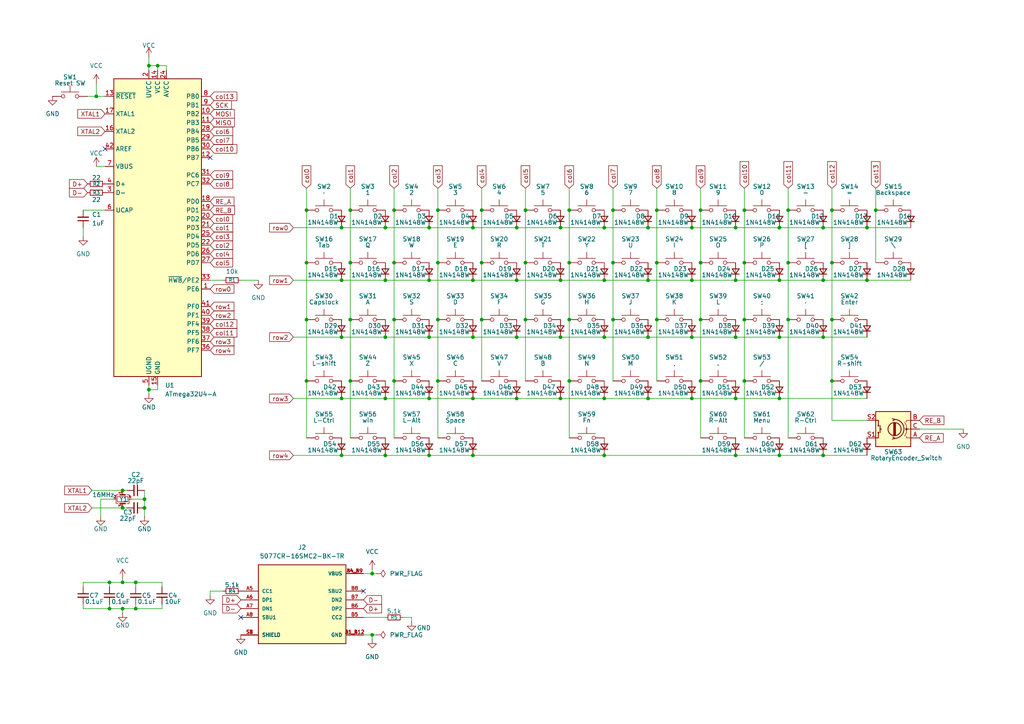
<source format=kicad_sch>
(kicad_sch (version 20250114) (generator "eeschema") (generator_version "9.0")
  (paper "A4")
  (junction (at 190.5 60.96))
  (junction (at 228.6 60.96))
  (junction (at 101.6 92.71))
  (junction (at 127 76.2))
  (junction (at 111.76 81.28))
  (junction (at 35.56 176.53))
  (junction (at 200.66 115.57))
  (junction (at 238.76 81.28))
  (junction (at 187.96 81.28))
  (junction (at 139.7 60.96))
  (junction (at 226.06 132.08))
  (junction (at 165.1 110.49))
  (junction (at 152.4 60.96))
  (junction (at 99.06 66.04))
  (junction (at 241.3 60.96))
  (junction (at 162.56 81.28))
  (junction (at 228.6 76.2))
  (junction (at 241.3 76.2))
  (junction (at 213.36 115.57))
  (junction (at 213.36 81.28))
  (junction (at 107.95 166.37))
  (junction (at 213.36 132.08))
  (junction (at 187.96 66.04))
  (junction (at 111.76 115.57))
  (junction (at 127 92.71))
  (junction (at 203.2 110.49))
  (junction (at 200.66 66.04))
  (junction (at 213.36 97.79))
  (junction (at 114.3 76.2))
  (junction (at 238.76 97.79))
  (junction (at 162.56 66.04))
  (junction (at 111.76 66.04))
  (junction (at 200.66 81.28))
  (junction (at 88.9 60.96))
  (junction (at 149.86 66.04))
  (junction (at 177.8 76.2))
  (junction (at 251.46 81.28))
  (junction (at 137.16 97.79))
  (junction (at 175.26 97.79))
  (junction (at 215.9 60.96))
  (junction (at 41.91 144.78))
  (junction (at 35.56 147.32))
  (junction (at 127 60.96))
  (junction (at 228.6 92.71))
  (junction (at 149.86 115.57))
  (junction (at 190.5 76.2))
  (junction (at 165.1 60.96))
  (junction (at 39.37 176.53))
  (junction (at 241.3 110.49))
  (junction (at 114.3 110.49))
  (junction (at 139.7 76.2))
  (junction (at 41.91 147.32))
  (junction (at 177.8 92.71))
  (junction (at 43.18 19.05))
  (junction (at 45.72 19.05))
  (junction (at 124.46 81.28))
  (junction (at 162.56 115.57))
  (junction (at 149.86 81.28))
  (junction (at 215.9 92.71))
  (junction (at 111.76 132.08))
  (junction (at 88.9 110.49))
  (junction (at 254 60.96))
  (junction (at 27.94 27.94))
  (junction (at 114.3 92.71))
  (junction (at 175.26 115.57))
  (junction (at 35.56 142.24))
  (junction (at 175.26 66.04))
  (junction (at 162.56 97.79))
  (junction (at 215.9 110.49))
  (junction (at 215.9 76.2))
  (junction (at 175.26 81.28))
  (junction (at 175.26 132.08))
  (junction (at 101.6 76.2))
  (junction (at 101.6 110.49))
  (junction (at 99.06 132.08))
  (junction (at 124.46 66.04))
  (junction (at 137.16 66.04))
  (junction (at 124.46 132.08))
  (junction (at 31.75 168.91))
  (junction (at 165.1 76.2))
  (junction (at 213.36 66.04))
  (junction (at 127 110.49))
  (junction (at 238.76 132.08))
  (junction (at 39.37 168.91))
  (junction (at 43.18 113.03))
  (junction (at 139.7 92.71))
  (junction (at 149.86 97.79))
  (junction (at 35.56 168.91))
  (junction (at 226.06 115.57))
  (junction (at 101.6 60.96))
  (junction (at 114.3 60.96))
  (junction (at 31.75 176.53))
  (junction (at 88.9 76.2))
  (junction (at 200.66 97.79))
  (junction (at 241.3 92.71))
  (junction (at 124.46 97.79))
  (junction (at 251.46 66.04))
  (junction (at 187.96 97.79))
  (junction (at 203.2 60.96))
  (junction (at 226.06 66.04))
  (junction (at 107.95 184.15))
  (junction (at 187.96 115.57))
  (junction (at 226.06 97.79))
  (junction (at 137.16 115.57))
  (junction (at 226.06 81.28))
  (junction (at 88.9 92.71))
  (junction (at 99.06 115.57))
  (junction (at 165.1 92.71))
  (junction (at 152.4 92.71))
  (junction (at 137.16 81.28))
  (junction (at 177.8 60.96))
  (junction (at 137.16 132.08))
  (junction (at 111.76 97.79))
  (junction (at 238.76 66.04))
  (junction (at 124.46 115.57))
  (junction (at 190.5 92.71))
  (junction (at 203.2 76.2))
  (junction (at 152.4 76.2))
  (junction (at 99.06 81.28))
  (junction (at 99.06 97.79))
  (junction (at 203.2 92.71))
  (no_connect (at 105.41 171.45))
  (no_connect (at 60.96 45.72))
  (no_connect (at 30.48 43.18))
  (no_connect (at 69.85 179.07))
  (wire (pts (xy 101.6 54.61) (xy 101.6 60.96)))
  (wire (pts (xy 35.56 142.24) (xy 36.83 142.24)))
  (wire (pts (xy 226.06 132.08) (xy 238.76 132.08)))
  (wire (pts (xy 162.56 97.79) (xy 175.26 97.79)))
  (wire (pts (xy 203.2 54.61) (xy 203.2 60.96)))
  (wire (pts (xy 127 60.96) (xy 127 76.2)))
  (wire (pts (xy 46.99 176.53) (xy 39.37 176.53)))
  (wire (pts (xy 85.09 132.08) (xy 99.06 132.08)))
  (wire (pts (xy 99.06 81.28) (xy 111.76 81.28)))
  (wire (pts (xy 254 54.61) (xy 254 60.96)))
  (wire (pts (xy 101.6 76.2) (xy 101.6 92.71)))
  (wire (pts (xy 105.41 179.07) (xy 111.76 179.07)))
  (wire (pts (xy 69.85 81.28) (xy 74.93 81.28)))
  (wire (pts (xy 238.76 81.28) (xy 251.46 81.28)))
  (wire (pts (xy 175.26 66.04) (xy 187.96 66.04)))
  (wire (pts (xy 114.3 92.71) (xy 114.3 110.49)))
  (wire (pts (xy 39.37 170.18) (xy 39.37 168.91)))
  (wire (pts (xy 165.1 110.49) (xy 165.1 127)))
  (wire (pts (xy 162.56 66.04) (xy 175.26 66.04)))
  (wire (pts (xy 175.26 97.79) (xy 187.96 97.79)))
  (wire (pts (xy 88.9 54.61) (xy 88.9 60.96)))
  (wire (pts (xy 24.13 176.53) (xy 31.75 176.53)))
  (wire (pts (xy 26.67 147.32) (xy 35.56 147.32)))
  (wire (pts (xy 200.66 115.57) (xy 213.36 115.57)))
  (wire (pts (xy 127 110.49) (xy 127 127)))
  (wire (pts (xy 114.3 60.96) (xy 114.3 76.2)))
  (wire (pts (xy 190.5 76.2) (xy 190.5 92.71)))
  (wire (pts (xy 27.94 48.26) (xy 30.48 48.26)))
  (wire (pts (xy 124.46 115.57) (xy 137.16 115.57)))
  (wire (pts (xy 29.21 149.86) (xy 29.21 144.78)))
  (wire (pts (xy 190.5 54.61) (xy 190.5 60.96)))
  (wire (pts (xy 137.16 97.79) (xy 149.86 97.79)))
  (wire (pts (xy 46.99 175.26) (xy 46.99 176.53)))
  (wire (pts (xy 88.9 92.71) (xy 88.9 110.49)))
  (wire (pts (xy 215.9 54.61) (xy 215.9 60.96)))
  (wire (pts (xy 48.26 20.32) (xy 48.26 19.05)))
  (wire (pts (xy 31.75 176.53) (xy 35.56 176.53)))
  (wire (pts (xy 114.3 54.61) (xy 114.3 60.96)))
  (wire (pts (xy 99.06 66.04) (xy 111.76 66.04)))
  (wire (pts (xy 35.56 168.91) (xy 31.75 168.91)))
  (wire (pts (xy 137.16 66.04) (xy 149.86 66.04)))
  (wire (pts (xy 29.21 144.78) (xy 33.02 144.78)))
  (wire (pts (xy 27.94 24.13) (xy 27.94 27.94)))
  (wire (pts (xy 228.6 76.2) (xy 228.6 92.71)))
  (wire (pts (xy 165.1 76.2) (xy 165.1 92.71)))
  (wire (pts (xy 175.26 132.08) (xy 213.36 132.08)))
  (wire (pts (xy 251.46 81.28) (xy 264.16 81.28)))
  (wire (pts (xy 213.36 66.04) (xy 226.06 66.04)))
  (wire (pts (xy 101.6 110.49) (xy 101.6 127)))
  (wire (pts (xy 46.99 168.91) (xy 39.37 168.91)))
  (wire (pts (xy 177.8 60.96) (xy 177.8 76.2)))
  (wire (pts (xy 152.4 54.61) (xy 152.4 60.96)))
  (wire (pts (xy 124.46 132.08) (xy 137.16 132.08)))
  (wire (pts (xy 152.4 92.71) (xy 152.4 110.49)))
  (wire (pts (xy 114.3 76.2) (xy 114.3 92.71)))
  (wire (pts (xy 111.76 115.57) (xy 124.46 115.57)))
  (wire (pts (xy 41.91 144.78) (xy 41.91 147.32)))
  (wire (pts (xy 175.26 115.57) (xy 187.96 115.57)))
  (wire (pts (xy 88.9 60.96) (xy 88.9 76.2)))
  (wire (pts (xy 43.18 16.51) (xy 43.18 19.05)))
  (wire (pts (xy 39.37 175.26) (xy 39.37 176.53)))
  (wire (pts (xy 213.36 132.08) (xy 226.06 132.08)))
  (wire (pts (xy 200.66 81.28) (xy 213.36 81.28)))
  (wire (pts (xy 165.1 54.61) (xy 165.1 60.96)))
  (wire (pts (xy 127 76.2) (xy 127 92.71)))
  (wire (pts (xy 190.5 60.96) (xy 190.5 76.2)))
  (wire (pts (xy 43.18 19.05) (xy 43.18 20.32)))
  (wire (pts (xy 124.46 81.28) (xy 137.16 81.28)))
  (wire (pts (xy 149.86 81.28) (xy 162.56 81.28)))
  (wire (pts (xy 127 54.61) (xy 127 60.96)))
  (wire (pts (xy 41.91 142.24) (xy 41.91 144.78)))
  (wire (pts (xy 111.76 66.04) (xy 124.46 66.04)))
  (wire (pts (xy 48.26 19.05) (xy 45.72 19.05)))
  (wire (pts (xy 152.4 76.2) (xy 152.4 92.71)))
  (wire (pts (xy 215.9 110.49) (xy 215.9 127)))
  (wire (pts (xy 107.95 184.15) (xy 105.41 184.15)))
  (wire (pts (xy 177.8 92.71) (xy 177.8 110.49)))
  (wire (pts (xy 228.6 92.71) (xy 228.6 127)))
  (wire (pts (xy 213.36 81.28) (xy 226.06 81.28)))
  (wire (pts (xy 124.46 66.04) (xy 137.16 66.04)))
  (wire (pts (xy 203.2 60.96) (xy 203.2 76.2)))
  (wire (pts (xy 139.7 92.71) (xy 139.7 110.49)))
  (wire (pts (xy 137.16 81.28) (xy 149.86 81.28)))
  (wire (pts (xy 111.76 132.08) (xy 124.46 132.08)))
  (wire (pts (xy 187.96 81.28) (xy 200.66 81.28)))
  (wire (pts (xy 139.7 60.96) (xy 139.7 76.2)))
  (wire (pts (xy 152.4 60.96) (xy 152.4 76.2)))
  (wire (pts (xy 162.56 81.28) (xy 175.26 81.28)))
  (wire (pts (xy 187.96 97.79) (xy 200.66 97.79)))
  (wire (pts (xy 165.1 60.96) (xy 165.1 76.2)))
  (wire (pts (xy 101.6 60.96) (xy 101.6 76.2)))
  (wire (pts (xy 85.09 81.28) (xy 99.06 81.28)))
  (wire (pts (xy 26.67 142.24) (xy 35.56 142.24)))
  (wire (pts (xy 25.4 27.94) (xy 27.94 27.94)))
  (wire (pts (xy 203.2 76.2) (xy 203.2 92.71)))
  (wire (pts (xy 111.76 81.28) (xy 124.46 81.28)))
  (wire (pts (xy 60.96 171.45) (xy 64.77 171.45)))
  (wire (pts (xy 241.3 92.71) (xy 241.3 110.49)))
  (wire (pts (xy 45.72 20.32) (xy 45.72 19.05)))
  (wire (pts (xy 238.76 132.08) (xy 251.46 132.08)))
  (wire (pts (xy 124.46 97.79) (xy 137.16 97.79)))
  (wire (pts (xy 177.8 76.2) (xy 177.8 92.71)))
  (wire (pts (xy 107.95 166.37) (xy 105.41 166.37)))
  (wire (pts (xy 254 60.96) (xy 254 76.2)))
  (wire (pts (xy 107.95 166.37) (xy 109.22 166.37)))
  (wire (pts (xy 241.3 76.2) (xy 241.3 92.71)))
  (wire (pts (xy 35.56 147.32) (xy 36.83 147.32)))
  (wire (pts (xy 88.9 110.49) (xy 88.9 127)))
  (wire (pts (xy 187.96 115.57) (xy 200.66 115.57)))
  (wire (pts (xy 190.5 92.71) (xy 190.5 110.49)))
  (wire (pts (xy 35.56 176.53) (xy 35.56 177.8)))
  (wire (pts (xy 43.18 113.03) (xy 43.18 114.3)))
  (wire (pts (xy 60.96 81.28) (xy 64.77 81.28)))
  (wire (pts (xy 45.72 111.76) (xy 45.72 113.03)))
  (wire (pts (xy 43.18 111.76) (xy 43.18 113.03)))
  (wire (pts (xy 251.46 66.04) (xy 264.16 66.04)))
  (wire (pts (xy 226.06 81.28) (xy 238.76 81.28)))
  (wire (pts (xy 251.46 121.92) (xy 241.3 121.92)))
  (wire (pts (xy 119.38 179.07) (xy 116.84 179.07)))
  (wire (pts (xy 162.56 115.57) (xy 175.26 115.57)))
  (wire (pts (xy 139.7 76.2) (xy 139.7 92.71)))
  (wire (pts (xy 99.06 132.08) (xy 111.76 132.08)))
  (wire (pts (xy 165.1 92.71) (xy 165.1 110.49)))
  (wire (pts (xy 31.75 176.53) (xy 31.75 175.26)))
  (wire (pts (xy 187.96 66.04) (xy 200.66 66.04)))
  (wire (pts (xy 24.13 175.26) (xy 24.13 176.53)))
  (wire (pts (xy 99.06 115.57) (xy 111.76 115.57)))
  (wire (pts (xy 200.66 97.79) (xy 213.36 97.79)))
  (wire (pts (xy 24.13 170.18) (xy 24.13 168.91)))
  (wire (pts (xy 45.72 19.05) (xy 43.18 19.05)))
  (wire (pts (xy 101.6 92.71) (xy 101.6 110.49)))
  (wire (pts (xy 228.6 60.96) (xy 228.6 76.2)))
  (wire (pts (xy 238.76 66.04) (xy 251.46 66.04)))
  (wire (pts (xy 213.36 115.57) (xy 226.06 115.57)))
  (wire (pts (xy 107.95 184.15) (xy 109.22 184.15)))
  (wire (pts (xy 226.06 97.79) (xy 238.76 97.79)))
  (wire (pts (xy 39.37 168.91) (xy 35.56 168.91)))
  (wire (pts (xy 203.2 92.71) (xy 203.2 110.49)))
  (wire (pts (xy 203.2 110.49) (xy 203.2 127)))
  (wire (pts (xy 213.36 97.79) (xy 226.06 97.79)))
  (wire (pts (xy 107.95 185.42) (xy 107.95 184.15)))
  (wire (pts (xy 46.99 170.18) (xy 46.99 168.91)))
  (wire (pts (xy 35.56 167.64) (xy 35.56 168.91)))
  (wire (pts (xy 60.96 172.72) (xy 60.96 171.45)))
  (wire (pts (xy 41.91 147.32) (xy 41.91 149.86)))
  (wire (pts (xy 215.9 76.2) (xy 215.9 92.71)))
  (wire (pts (xy 177.8 54.61) (xy 177.8 60.96)))
  (wire (pts (xy 241.3 121.92) (xy 241.3 110.49)))
  (wire (pts (xy 139.7 54.61) (xy 139.7 60.96)))
  (wire (pts (xy 114.3 110.49) (xy 114.3 127)))
  (wire (pts (xy 24.13 60.96) (xy 30.48 60.96)))
  (wire (pts (xy 266.7 124.46) (xy 279.4 124.46)))
  (wire (pts (xy 149.86 115.57) (xy 162.56 115.57)))
  (wire (pts (xy 38.1 144.78) (xy 41.91 144.78)))
  (wire (pts (xy 85.09 115.57) (xy 99.06 115.57)))
  (wire (pts (xy 137.16 115.57) (xy 149.86 115.57)))
  (wire (pts (xy 35.56 176.53) (xy 39.37 176.53)))
  (wire (pts (xy 226.06 66.04) (xy 238.76 66.04)))
  (wire (pts (xy 200.66 66.04) (xy 213.36 66.04)))
  (wire (pts (xy 27.94 27.94) (xy 30.48 27.94)))
  (wire (pts (xy 175.26 81.28) (xy 187.96 81.28)))
  (wire (pts (xy 99.06 97.79) (xy 111.76 97.79)))
  (wire (pts (xy 226.06 115.57) (xy 251.46 115.57)))
  (wire (pts (xy 24.13 168.91) (xy 31.75 168.91)))
  (wire (pts (xy 85.09 66.04) (xy 99.06 66.04)))
  (wire (pts (xy 241.3 60.96) (xy 241.3 76.2)))
  (wire (pts (xy 215.9 92.71) (xy 215.9 110.49)))
  (wire (pts (xy 31.75 168.91) (xy 31.75 170.18)))
  (wire (pts (xy 127 92.71) (xy 127 110.49)))
  (wire (pts (xy 215.9 60.96) (xy 215.9 76.2)))
  (wire (pts (xy 107.95 165.1) (xy 107.95 166.37)))
  (wire (pts (xy 238.76 97.79) (xy 251.46 97.79)))
  (wire (pts (xy 88.9 76.2) (xy 88.9 92.71)))
  (wire (pts (xy 241.3 54.61) (xy 241.3 60.96)))
  (wire (pts (xy 149.86 97.79) (xy 162.56 97.79)))
  (wire (pts (xy 24.13 66.04) (xy 24.13 68.58)))
  (wire (pts (xy 45.72 113.03) (xy 43.18 113.03)))
  (wire (pts (xy 137.16 132.08) (xy 175.26 132.08)))
  (wire (pts (xy 228.6 54.61) (xy 228.6 60.96)))
  (wire (pts (xy 85.09 97.79) (xy 99.06 97.79)))
  (wire (pts (xy 111.76 97.79) (xy 124.46 97.79)))
  (wire (pts (xy 119.38 180.34) (xy 119.38 179.07)))
  (wire (pts (xy 149.86 66.04) (xy 162.56 66.04)))
  (global_label "col12" (shape input) (at 60.96 93.98 0) (property "Intersheetrefs" "${INTERSHEET_REFS}" (effects (hide yes))))
  (global_label "D+" (shape input) (at 69.85 173.99 180) (property "Intersheetrefs" "${INTERSHEET_REFS}" (effects (hide yes))))
  (global_label "col3" (shape input) (at 60.96 68.58 0) (property "Intersheetrefs" "${INTERSHEET_REFS}" (effects (hide yes))))
  (global_label "col9" (shape input) (at 60.96 50.8 0) (property "Intersheetrefs" "${INTERSHEET_REFS}" (effects (hide yes))))
  (global_label "RE_A" (shape input) (at 60.96 58.42 0) (property "Intersheetrefs" "${INTERSHEET_REFS}" (effects (hide yes))))
  (global_label "col0" (shape input) (at 88.9 54.61 90) (property "Intersheetrefs" "${INTERSHEET_REFS}" (effects (hide yes))))
  (global_label "row4" (shape input) (at 85.09 132.08 180) (property "Intersheetrefs" "${INTERSHEET_REFS}" (effects (hide yes))))
  (global_label "row3" (shape input) (at 85.09 115.57 180) (property "Intersheetrefs" "${INTERSHEET_REFS}" (effects (hide yes))))
  (global_label "col6" (shape input) (at 165.1 54.61 90) (property "Intersheetrefs" "${INTERSHEET_REFS}" (effects (hide yes))))
  (global_label "col11" (shape input) (at 228.6 54.61 90) (property "Intersheetrefs" "${INTERSHEET_REFS}" (effects (hide yes))))
  (global_label "col5" (shape input) (at 60.96 76.2 0) (property "Intersheetrefs" "${INTERSHEET_REFS}" (effects (hide yes))))
  (global_label "row3" (shape input) (at 60.96 99.06 0) (property "Intersheetrefs" "${INTERSHEET_REFS}" (effects (hide yes))))
  (global_label "col1" (shape input) (at 60.96 66.04 0) (property "Intersheetrefs" "${INTERSHEET_REFS}" (effects (hide yes))))
  (global_label "D-" (shape input) (at 69.85 176.53 180) (property "Intersheetrefs" "${INTERSHEET_REFS}" (effects (hide yes))))
  (global_label "col4" (shape input) (at 60.96 73.66 0) (property "Intersheetrefs" "${INTERSHEET_REFS}" (effects (hide yes))))
  (global_label "row2" (shape input) (at 85.09 97.79 180) (property "Intersheetrefs" "${INTERSHEET_REFS}" (effects (hide yes))))
  (global_label "col10" (shape input) (at 215.9 54.61 90) (property "Intersheetrefs" "${INTERSHEET_REFS}" (effects (hide yes))))
  (global_label "SCK" (shape input) (at 60.96 30.48 0) (property "Intersheetrefs" "${INTERSHEET_REFS}" (effects (hide yes))))
  (global_label "col13" (shape input) (at 60.96 27.94 0) (property "Intersheetrefs" "${INTERSHEET_REFS}" (effects (hide yes))))
  (global_label "XTAL2" (shape input) (at 26.67 147.32 180) (property "Intersheetrefs" "${INTERSHEET_REFS}" (effects (hide yes))))
  (global_label "col12" (shape input) (at 241.3 54.61 90) (property "Intersheetrefs" "${INTERSHEET_REFS}" (effects (hide yes))))
  (global_label "D+" (shape input) (at 25.4 53.34 180) (property "Intersheetrefs" "${INTERSHEET_REFS}" (effects (hide yes))))
  (global_label "RE_A" (shape input) (at 266.7 127 0) (property "Intersheetrefs" "${INTERSHEET_REFS}" (effects (hide yes))))
  (global_label "row2" (shape input) (at 60.96 91.44 0) (property "Intersheetrefs" "${INTERSHEET_REFS}" (effects (hide yes))))
  (global_label "row0" (shape input) (at 85.09 66.04 180) (property "Intersheetrefs" "${INTERSHEET_REFS}" (effects (hide yes))))
  (global_label "D+" (shape input) (at 105.41 176.53 0) (property "Intersheetrefs" "${INTERSHEET_REFS}" (effects (hide yes))))
  (global_label "row1" (shape input) (at 60.96 88.9 0) (property "Intersheetrefs" "${INTERSHEET_REFS}" (effects (hide yes))))
  (global_label "row1" (shape input) (at 85.09 81.28 180) (property "Intersheetrefs" "${INTERSHEET_REFS}" (effects (hide yes))))
  (global_label "D-" (shape input) (at 105.41 173.99 0) (property "Intersheetrefs" "${INTERSHEET_REFS}" (effects (hide yes))))
  (global_label "col8" (shape input) (at 60.96 53.34 0) (property "Intersheetrefs" "${INTERSHEET_REFS}" (effects (hide yes))))
  (global_label "MISO" (shape input) (at 60.96 35.56 0) (property "Intersheetrefs" "${INTERSHEET_REFS}" (effects (hide yes))))
  (global_label "col10" (shape input) (at 60.96 43.18 0) (property "Intersheetrefs" "${INTERSHEET_REFS}" (effects (hide yes))))
  (global_label "col1" (shape input) (at 101.6 54.61 90) (property "Intersheetrefs" "${INTERSHEET_REFS}" (effects (hide yes))))
  (global_label "col8" (shape input) (at 190.5 54.61 90) (property "Intersheetrefs" "${INTERSHEET_REFS}" (effects (hide yes))))
  (global_label "col11" (shape input) (at 60.96 96.52 0) (property "Intersheetrefs" "${INTERSHEET_REFS}" (effects (hide yes))))
  (global_label "col9" (shape input) (at 203.2 54.61 90) (property "Intersheetrefs" "${INTERSHEET_REFS}" (effects (hide yes))))
  (global_label "col0" (shape input) (at 60.96 63.5 0) (property "Intersheetrefs" "${INTERSHEET_REFS}" (effects (hide yes))))
  (global_label "XTAL1" (shape input) (at 30.48 33.02 180) (property "Intersheetrefs" "${INTERSHEET_REFS}" (effects (hide yes))))
  (global_label "col3" (shape input) (at 127 54.61 90) (property "Intersheetrefs" "${INTERSHEET_REFS}" (effects (hide yes))))
  (global_label "col6" (shape input) (at 60.96 38.1 0) (property "Intersheetrefs" "${INTERSHEET_REFS}" (effects (hide yes))))
  (global_label "row0" (shape input) (at 60.96 83.82 0) (property "Intersheetrefs" "${INTERSHEET_REFS}" (effects (hide yes))))
  (global_label "col7" (shape input) (at 60.96 40.64 0) (property "Intersheetrefs" "${INTERSHEET_REFS}" (effects (hide yes))))
  (global_label "RE_B" (shape input) (at 266.7 121.92 0) (property "Intersheetrefs" "${INTERSHEET_REFS}" (effects (hide yes))))
  (global_label "col7" (shape input) (at 177.8 54.61 90) (property "Intersheetrefs" "${INTERSHEET_REFS}" (effects (hide yes))))
  (global_label "row4" (shape input) (at 60.96 101.6 0) (property "Intersheetrefs" "${INTERSHEET_REFS}" (effects (hide yes))))
  (global_label "MOSI" (shape input) (at 60.96 33.02 0) (property "Intersheetrefs" "${INTERSHEET_REFS}" (effects (hide yes))))
  (global_label "col13" (shape input) (at 254 54.61 90) (property "Intersheetrefs" "${INTERSHEET_REFS}" (effects (hide yes))))
  (global_label "col4" (shape input) (at 139.7 54.61 90) (property "Intersheetrefs" "${INTERSHEET_REFS}" (effects (hide yes))))
  (global_label "D-" (shape input) (at 25.4 55.88 180) (property "Intersheetrefs" "${INTERSHEET_REFS}" (effects (hide yes))))
  (global_label "RE_B" (shape input) (at 60.96 60.96 0) (property "Intersheetrefs" "${INTERSHEET_REFS}" (effects (hide yes))))
  (global_label "col2" (shape input) (at 114.3 54.61 90) (property "Intersheetrefs" "${INTERSHEET_REFS}" (effects (hide yes))))
  (global_label "XTAL2" (shape input) (at 30.48 38.1 180) (property "Intersheetrefs" "${INTERSHEET_REFS}" (effects (hide yes))))
  (global_label "col2" (shape input) (at 60.96 71.12 0) (property "Intersheetrefs" "${INTERSHEET_REFS}" (effects (hide yes))))
  (global_label "XTAL1" (shape input) (at 26.67 142.24 180) (property "Intersheetrefs" "${INTERSHEET_REFS}" (effects (hide yes))))
  (global_label "col5" (shape input) (at 152.4 54.61 90) (property "Intersheetrefs" "${INTERSHEET_REFS}" (effects (hide yes))))
  (symbol (lib_id "Switch:SW_Push") (at 119.38 92.71 0) (unit 1)
    (property "Reference" "SW32" (at 119.38 85.852 0))
    (property "Value" "S" (at 119.38 87.63 0))
    (property "Footprint" "BrownSugar_KBD:CherryMX_Hotswap_via_1U" (effects (hide yes)))
    (property "Description" "Push button switch, generic, two pins" (effects (hide yes)))
  )
  (symbol (lib_id "Switch:SW_Push") (at 106.68 110.49 0) (unit 1)
    (property "Reference" "SW44" (at 106.68 103.632 0))
    (property "Value" "Z" (at 106.68 105.41 0))
    (property "Footprint" "BrownSugar_KBD:CherryMX_Hotswap_via_1U" (effects (hide yes)))
    (property "Description" "Push button switch, generic, two pins" (effects (hide yes)))
  )
  (symbol (lib_id "power:PWR_FLAG") (at 109.22 184.15 270) (unit 1)
    (property "Reference" "#FLG04" (effects (hide yes)))
    (property "Value" "PWR_FLAG" (at 113.03 184.1499 90) (effects (justify left)))
    (property "Description" "Special symbol for telling ERC where power comes from" (effects (hide yes)))
  )
  (symbol (lib_id "Switch:SW_Push") (at 132.08 110.49 0) (unit 1)
    (property "Reference" "SW46" (at 132.08 103.632 0))
    (property "Value" "C" (at 132.08 105.41 0))
    (property "Footprint" "BrownSugar_KBD:CherryMX_Hotswap_via_1U" (effects (hide yes)))
    (property "Description" "Push button switch, generic, two pins" (effects (hide yes)))
  )
  (symbol (lib_id "Switch:SW_Push") (at 208.28 60.96 0) (unit 1)
    (property "Reference" "SW11" (at 208.28 54.102 0))
    (property "Value" "9" (at 208.28 55.88 0))
    (property "Footprint" "BrownSugar_KBD:CherryMX_Hotswap_via_1U" (effects (hide yes)))
    (property "Description" "Push button switch, generic, two pins" (effects (hide yes)))
  )
  (symbol (lib_id "Switch:SW_Push") (at 93.98 76.2 0) (unit 1)
    (property "Reference" "SW16" (at 93.98 69.342 0))
    (property "Value" "Tab" (at 93.98 71.12 0))
    (property "Footprint" "BrownSugar_KBD:CherryMX_Hotswap_via_1.5U" (effects (hide yes)))
    (property "Description" "Push button switch, generic, two pins" (effects (hide yes)))
  )
  (symbol (lib_id "Switch:SW_Push") (at 246.38 110.49 0) (unit 1)
    (property "Reference" "SW54" (at 246.38 103.632 0))
    (property "Value" "R-shift" (at 246.38 105.41 0))
    (property "Footprint" "BrownSugar_KBD:CherryMX_Hotswap_via_2.75U" (effects (hide yes)))
    (property "Description" "Push button switch, generic, two pins" (effects (hide yes)))
  )
  (symbol (lib_id "Device:D_Small") (at 99.06 78.74 90) (unit 1)
    (property "Reference" "D15" (at 93.98 77.978 90) (effects (justify right)))
    (property "Value" "1N4148W" (at 89.154 79.756 90) (effects (justify right)))
    (property "Footprint" "kbd:D3_TH_SMD" (effects (hide yes)))
    (property "Description" "Diode, small symbol" (effects (hide yes)))
    (property "Sim.Device" "D" (effects (hide yes)))
    (property "Sim.Pins" "1=K 2=A" (effects (hide yes)))
  )
  (symbol (lib_id "Switch:SW_Push") (at 233.68 60.96 0) (unit 1)
    (property "Reference" "SW13" (at 233.68 54.102 0))
    (property "Value" "-" (at 233.68 55.88 0))
    (property "Footprint" "BrownSugar_KBD:CherryMX_Hotswap_via_1U" (effects (hide yes)))
    (property "Description" "Push button switch, generic, two pins" (effects (hide yes)))
  )
  (symbol (lib_id "Switch:SW_Push") (at 106.68 76.2 0) (unit 1)
    (property "Reference" "SW17" (at 106.68 69.342 0))
    (property "Value" "Q" (at 106.68 71.12 0))
    (property "Footprint" "BrownSugar_KBD:CherryMX_Hotswap_via_1U" (effects (hide yes)))
    (property "Description" "Push button switch, generic, two pins" (effects (hide yes)))
  )
  (symbol (lib_id "Device:D_Small") (at 213.36 78.74 90) (unit 1)
    (property "Reference" "D24" (at 208.026 77.978 90) (effects (justify right)))
    (property "Value" "1N4148W" (at 203.454 79.756 90) (effects (justify right)))
    (property "Footprint" "kbd:D3_TH_SMD" (effects (hide yes)))
    (property "Description" "Diode, small symbol" (effects (hide yes)))
    (property "Sim.Device" "D" (effects (hide yes)))
    (property "Sim.Pins" "1=K 2=A" (effects (hide yes)))
  )
  (symbol (lib_id "Device:D_Small") (at 226.06 95.25 90) (unit 1)
    (property "Reference" "D39" (at 220.98 94.488 90) (effects (justify right)))
    (property "Value" "1N4148W" (at 216.154 96.266 90) (effects (justify right)))
    (property "Footprint" "kbd:D3_TH_SMD" (effects (hide yes)))
    (property "Description" "Diode, small symbol" (effects (hide yes)))
    (property "Sim.Device" "D" (effects (hide yes)))
    (property "Sim.Pins" "1=K 2=A" (effects (hide yes)))
  )
  (symbol (lib_id "Switch:SW_Push") (at 233.68 92.71 0) (unit 1)
    (property "Reference" "SW41" (at 233.68 85.852 0))
    (property "Value" "'" (at 233.68 88.392 0))
    (property "Footprint" "BrownSugar_KBD:CherryMX_Hotswap_via_1U" (effects (hide yes)))
    (property "Description" "Push button switch, generic, two pins" (effects (hide yes)))
  )
  (symbol (lib_id "Switch:SW_Push") (at 106.68 92.71 0) (unit 1)
    (property "Reference" "SW31" (at 106.68 85.852 0))
    (property "Value" "A" (at 106.68 87.63 0))
    (property "Footprint" "BrownSugar_KBD:CherryMX_Hotswap_via_1U" (effects (hide yes)))
    (property "Description" "Push button switch, generic, two pins" (effects (hide yes)))
  )
  (symbol (lib_id "Device:D_Small") (at 226.06 113.03 90) (unit 1)
    (property "Reference" "D52" (at 220.726 112.268 90) (effects (justify right)))
    (property "Value" "1N4148W" (at 216.154 114.046 90) (effects (justify right)))
    (property "Footprint" "kbd:D3_TH_SMD" (effects (hide yes)))
    (property "Description" "Diode, small symbol" (effects (hide yes)))
    (property "Sim.Device" "D" (effects (hide yes)))
    (property "Sim.Pins" "1=K 2=A" (effects (hide yes)))
  )
  (symbol (lib_id "Device:D_Small") (at 137.16 78.74 90) (unit 1)
    (property "Reference" "D18" (at 131.826 77.978 90) (effects (justify right)))
    (property "Value" "1N4148W" (at 127.254 79.756 90) (effects (justify right)))
    (property "Footprint" "kbd:D3_TH_SMD" (effects (hide yes)))
    (property "Description" "Diode, small symbol" (effects (hide yes)))
    (property "Sim.Device" "D" (effects (hide yes)))
    (property "Sim.Pins" "1=K 2=A" (effects (hide yes)))
  )
  (symbol (lib_id "Device:D_Small") (at 124.46 63.5 90) (unit 1)
    (property "Reference" "D3" (at 120.904 62.738 90) (effects (justify right)))
    (property "Value" "1N4148W" (at 114.554 64.516 90) (effects (justify right)))
    (property "Footprint" "kbd:D3_TH_SMD" (effects (hide yes)))
    (property "Description" "Diode, small symbol" (effects (hide yes)))
    (property "Sim.Device" "D" (effects (hide yes)))
    (property "Sim.Pins" "1=K 2=A" (effects (hide yes)))
  )
  (symbol (lib_id "power:GND") (at 15.24 27.94 0) (unit 1)
    (property "Reference" "#PWR06" (effects (hide yes)))
    (property "Value" "GND" (at 15.24 33.02 0))
    (property "Description" "Power symbol creates a global label with name \"GND\" , ground" (effects (hide yes)))
  )
  (symbol (lib_id "Switch:SW_Push") (at 157.48 110.49 0) (unit 1)
    (property "Reference" "SW48" (at 157.48 103.632 0))
    (property "Value" "B" (at 157.48 105.41 0))
    (property "Footprint" "BrownSugar_KBD:CherryMX_Hotswap_via_1U" (effects (hide yes)))
    (property "Description" "Push button switch, generic, two pins" (effects (hide yes)))
  )
  (symbol (lib_id "Device:D_Small") (at 162.56 95.25 90) (unit 1)
    (property "Reference" "D34" (at 157.48 94.488 90) (effects (justify right)))
    (property "Value" "1N4148W" (at 152.654 96.266 90) (effects (justify right)))
    (property "Footprint" "kbd:D3_TH_SMD" (effects (hide yes)))
    (property "Description" "Diode, small symbol" (effects (hide yes)))
    (property "Sim.Device" "D" (effects (hide yes)))
    (property "Sim.Pins" "1=K 2=A" (effects (hide yes)))
  )
  (symbol (lib_id "Device:D_Small") (at 149.86 113.03 90) (unit 1)
    (property "Reference" "D46" (at 144.526 112.268 90) (effects (justify right)))
    (property "Value" "1N4148W" (at 139.954 114.046 90) (effects (justify right)))
    (property "Footprint" "kbd:D3_TH_SMD" (effects (hide yes)))
    (property "Description" "Diode, small symbol" (effects (hide yes)))
    (property "Sim.Device" "D" (effects (hide yes)))
    (property "Sim.Pins" "1=K 2=A" (effects (hide yes)))
  )
  (symbol (lib_id "Device:D_Small") (at 187.96 78.74 90) (unit 1)
    (property "Reference" "D22" (at 182.626 77.978 90) (effects (justify right)))
    (property "Value" "1N4148W" (at 178.054 79.756 90) (effects (justify right)))
    (property "Footprint" "kbd:D3_TH_SMD" (effects (hide yes)))
    (property "Description" "Diode, small symbol" (effects (hide yes)))
    (property "Sim.Device" "D" (effects (hide yes)))
    (property "Sim.Pins" "1=K 2=A" (effects (hide yes)))
  )
  (symbol (lib_id "Switch:SW_Push") (at 132.08 60.96 0) (unit 1)
    (property "Reference" "SW5" (at 132.08 54.102 0))
    (property "Value" "3" (at 132.08 55.88 0))
    (property "Footprint" "BrownSugar_KBD:CherryMX_Hotswap_via_1U" (effects (hide yes)))
    (property "Description" "Push button switch, generic, two pins" (effects (hide yes)))
  )
  (symbol (lib_id "Device:D_Small") (at 238.76 78.74 90) (unit 1)
    (property "Reference" "D26" (at 233.426 77.978 90) (effects (justify right)))
    (property "Value" "1N4148W" (at 228.854 79.756 90) (effects (justify right)))
    (property "Footprint" "kbd:D3_TH_SMD" (effects (hide yes)))
    (property "Description" "Diode, small symbol" (effects (hide yes)))
    (property "Sim.Device" "D" (effects (hide yes)))
    (property "Sim.Pins" "1=K 2=A" (effects (hide yes)))
  )
  (symbol (lib_id "Device:Crystal_GND24_Small") (at 35.56 144.78 270) (unit 1)
    (property "Reference" "Y1" (at 35.814 144.78 90))
    (property "Value" "16MHz" (at 29.972 143.51 90))
    (property "Footprint" "Crystal:Crystal_SMD_3225-4Pin_3.2x2.5mm" (effects (hide yes)))
    (property "Description" "Four pin crystal, GND on pins 2 and 4, small symbol" (effects (hide yes)))
  )
  (symbol (lib_id "Device:C_Small") (at 39.37 172.72 0) (unit 1)
    (property "Reference" "C5" (at 41.148 172.72 0) (effects (justify left)))
    (property "Value" "0.1uF" (at 39.878 174.498 0) (effects (justify left)))
    (property "Footprint" "Capacitor_SMD:C_0603_1608Metric" (effects (hide yes)))
    (property "Description" "Unpolarized capacitor, small symbol" (effects (hide yes)))
  )
  (symbol (lib_id "5077CR-16SMC2-BK-TR:5077CR-16SMC2-BK-TR") (at 87.63 173.99 0) (unit 1)
    (property "Reference" "J2" (at 87.63 158.75 0))
    (property "Value" "5077CR-16SMC2-BK-TR" (at 87.63 161.29 0))
    (property "Footprint" "5077CR-16SMC2-BK-TR:NELTRON_5077CR-16SMC2-BK-TR" (effects (hide yes)))
    (property "MF" "Neltron" (effects (hide yes)))
    (property "MAXIMUM_PACKAGE_HEIGHT" "3.26mm" (effects (hide yes)))
    (property "Package" "Package" (effects (hide yes)))
    (property "Price" "None" (effects (hide yes)))
    (property "Check_prices" "https://www.snapeda.com/parts/5077CR-16SMC2-BK-TR/Neltron/view-part/?ref=eda" (effects (hide yes)))
    (property "STANDARD" "Manufacturer Recommendations" (effects (hide yes)))
    (property "PARTREV" "B" (effects (hide yes)))
    (property "SnapEDA_Link" "https://www.snapeda.com/parts/5077CR-16SMC2-BK-TR/Neltron/view-part/?ref=snap" (effects (hide yes)))
    (property "MP" "5077CR-16SMC2-BK-TR" (effects (hide yes)))
    (property "Description_1" "USB 3.1 C Type Female with Peg" (effects (hide yes)))
    (property "MANUFACTURER" "Neltron" (effects (hide yes)))
    (property "Availability" "Not in stock" (effects (hide yes)))
    (property "SNAPEDA_PN" "5077CR-16SMC2-BK-TR" (effects (hide yes)))
  )
  (symbol (lib_id "power:GND") (at 24.13 68.58 0) (unit 1)
    (property "Reference" "#PWR04" (effects (hide yes)))
    (property "Value" "GND" (at 24.13 73.66 0))
    (property "Description" "Power symbol creates a global label with name \"GND\" , ground" (effects (hide yes)))
  )
  (symbol (lib_id "Switch:SW_Push") (at 259.08 76.2 0) (unit 1)
    (property "Reference" "SW29" (at 259.08 69.342 0))
    (property "Value" "\\" (at 259.08 71.12 0))
    (property "Footprint" "BrownSugar_KBD:CherryMX_Hotswap_via_1.5U" (effects (hide yes)))
    (property "Description" "Push button switch, generic, two pins" (effects (hide yes)))
  )
  (symbol (lib_id "Device:R_Small") (at 67.31 171.45 90) (unit 1)
    (property "Reference" "R4" (at 67.31 171.45 90) (effects (font (size 1.016 1.016))))
    (property "Value" "5.1k" (at 67.31 169.672 90))
    (property "Footprint" "Resistor_SMD:R_0603_1608Metric" (effects (hide yes)))
    (property "Description" "Resistor, small symbol" (effects (hide yes)))
  )
  (symbol (lib_id "Switch:SW_Push") (at 220.98 127 0) (unit 1)
    (property "Reference" "SW61" (at 220.98 120.142 0))
    (property "Value" "Menu" (at 220.98 121.92 0))
    (property "Footprint" "BrownSugar_KBD:CherryMX_Hotswap_via_1.25U" (effects (hide yes)))
    (property "Description" "Push button switch, generic, two pins" (effects (hide yes)))
  )
  (symbol (lib_id "power:GND") (at 35.56 177.8 0) (unit 1)
    (property "Reference" "#PWR014" (effects (hide yes)))
    (property "Value" "GND" (at 35.56 181.356 0))
    (property "Description" "Power symbol creates a global label with name \"GND\" , ground" (effects (hide yes)))
  )
  (symbol (lib_id "Switch:SW_Push") (at 144.78 76.2 0) (unit 1)
    (property "Reference" "SW20" (at 144.78 69.342 0))
    (property "Value" "R" (at 144.78 71.12 0))
    (property "Footprint" "BrownSugar_KBD:CherryMX_Hotswap_via_1U" (effects (hide yes)))
    (property "Description" "Push button switch, generic, two pins" (effects (hide yes)))
  )
  (symbol (lib_id "Switch:SW_Push") (at 195.58 76.2 0) (unit 1)
    (property "Reference" "SW24" (at 195.58 69.342 0))
    (property "Value" "I" (at 195.58 71.12 0))
    (property "Footprint" "BrownSugar_KBD:CherryMX_Hotswap_via_1U" (effects (hide yes)))
    (property "Description" "Push button switch, generic, two pins" (effects (hide yes)))
  )
  (symbol (lib_id "Device:D_Small") (at 111.76 129.54 90) (unit 1)
    (property "Reference" "D55" (at 106.426 128.778 90) (effects (justify right)))
    (property "Value" "1N4148W" (at 101.854 130.556 90) (effects (justify right)))
    (property "Footprint" "kbd:D3_TH_SMD" (effects (hide yes)))
    (property "Description" "Diode, small symbol" (effects (hide yes)))
    (property "Sim.Device" "D" (effects (hide yes)))
    (property "Sim.Pins" "1=K 2=A" (effects (hide yes)))
  )
  (symbol (lib_id "Device:D_Small") (at 251.46 113.03 90) (unit 1)
    (property "Reference" "D53" (at 246.126 112.268 90) (effects (justify right)))
    (property "Value" "1N4148W" (at 241.554 114.046 90) (effects (justify right)))
    (property "Footprint" "kbd:D3_TH_SMD" (effects (hide yes)))
    (property "Description" "Diode, small symbol" (effects (hide yes)))
    (property "Sim.Device" "D" (effects (hide yes)))
    (property "Sim.Pins" "1=K 2=A" (effects (hide yes)))
  )
  (symbol (lib_id "power:VCC") (at 43.18 16.51 0) (unit 1)
    (property "Reference" "#PWR01" (effects (hide yes)))
    (property "Value" "VCC" (at 43.18 13.208 0))
    (property "Description" "Power symbol creates a global label with name \"VCC\"" (effects (hide yes)))
  )
  (symbol (lib_id "Device:D_Small") (at 124.46 95.25 90) (unit 1)
    (property "Reference" "D31" (at 119.38 94.488 90) (effects (justify right)))
    (property "Value" "1N4148W" (at 114.554 96.266 90) (effects (justify right)))
    (property "Footprint" "kbd:D3_TH_SMD" (effects (hide yes)))
    (property "Description" "Diode, small symbol" (effects (hide yes)))
    (property "Sim.Device" "D" (effects (hide yes)))
    (property "Sim.Pins" "1=K 2=A" (effects (hide yes)))
  )
  (symbol (lib_id "Device:D_Small") (at 251.46 78.74 90) (unit 1)
    (property "Reference" "D27" (at 246.126 77.978 90) (effects (justify right)))
    (property "Value" "1N4148W" (at 241.554 79.756 90) (effects (justify right)))
    (property "Footprint" "kbd:D3_TH_SMD" (effects (hide yes)))
    (property "Description" "Diode, small symbol" (effects (hide yes)))
    (property "Sim.Device" "D" (effects (hide yes)))
    (property "Sim.Pins" "1=K 2=A" (effects (hide yes)))
  )
  (symbol (lib_id "Switch:SW_Push") (at 119.38 76.2 0) (unit 1)
    (property "Reference" "SW18" (at 119.38 69.342 0))
    (property "Value" "W" (at 119.38 71.12 0))
    (property "Footprint" "BrownSugar_KBD:CherryMX_Hotswap_via_1U" (effects (hide yes)))
    (property "Description" "Push button switch, generic, two pins" (effects (hide yes)))
  )
  (symbol (lib_id "Device:D_Small") (at 175.26 78.74 90) (unit 1)
    (property "Reference" "D21" (at 169.926 77.978 90) (effects (justify right)))
    (property "Value" "1N4148W" (at 165.354 79.756 90) (effects (justify right)))
    (property "Footprint" "kbd:D3_TH_SMD" (effects (hide yes)))
    (property "Description" "Diode, small symbol" (effects (hide yes)))
    (property "Sim.Device" "D" (effects (hide yes)))
    (property "Sim.Pins" "1=K 2=A" (effects (hide yes)))
  )
  (symbol (lib_id "Switch:SW_Push") (at 93.98 110.49 0) (unit 1)
    (property "Reference" "SW43" (at 93.98 103.632 0))
    (property "Value" "L-shift" (at 93.98 105.41 0))
    (property "Footprint" "BrownSugar_KBD:CherryMX_Hotswap_via_2.25U" (effects (hide yes)))
    (property "Description" "Push button switch, generic, two pins" (effects (hide yes)))
  )
  (symbol (lib_id "power:GND") (at 60.96 172.72 0) (unit 1)
    (property "Reference" "#PWR019" (effects (hide yes)))
    (property "Value" "GND" (at 60.96 177.8 0))
    (property "Description" "Power symbol creates a global label with name \"GND\" , ground" (effects (hide yes)))
  )
  (symbol (lib_id "Device:D_Small") (at 149.86 63.5 90) (unit 1)
    (property "Reference" "D5" (at 146.304 62.738 90) (effects (justify right)))
    (property "Value" "1N4148W" (at 139.954 64.516 90) (effects (justify right)))
    (property "Footprint" "kbd:D3_TH_SMD" (effects (hide yes)))
    (property "Description" "Diode, small symbol" (effects (hide yes)))
    (property "Sim.Device" "D" (effects (hide yes)))
    (property "Sim.Pins" "1=K 2=A" (effects (hide yes)))
  )
  (symbol (lib_id "Device:D_Small") (at 200.66 63.5 90) (unit 1)
    (property "Reference" "D9" (at 197.104 62.738 90) (effects (justify right)))
    (property "Value" "1N4148W" (at 190.754 64.516 90) (effects (justify right)))
    (property "Footprint" "kbd:D3_TH_SMD" (effects (hide yes)))
    (property "Description" "Diode, small symbol" (effects (hide yes)))
    (property "Sim.Device" "D" (effects (hide yes)))
    (property "Sim.Pins" "1=K 2=A" (effects (hide yes)))
  )
  (symbol (lib_id "Switch:SW_Push") (at 220.98 92.71 0) (unit 1)
    (property "Reference" "SW40" (at 220.98 85.852 0))
    (property "Value" ";" (at 220.98 87.63 0))
    (property "Footprint" "BrownSugar_KBD:CherryMX_Hotswap_via_1U" (effects (hide yes)))
    (property "Description" "Push button switch, generic, two pins" (effects (hide yes)))
  )
  (symbol (lib_id "Switch:SW_Push") (at 93.98 92.71 0) (unit 1)
    (property "Reference" "SW30" (at 93.98 85.852 0))
    (property "Value" "Capslock" (at 93.98 87.63 0))
    (property "Footprint" "BrownSugar_KBD:CherryMX_Hotswap_via_1.75U" (effects (hide yes)))
    (property "Description" "Push button switch, generic, two pins" (effects (hide yes)))
  )
  (symbol (lib_id "power:VCC") (at 27.94 24.13 0) (unit 1)
    (property "Reference" "#PWR07" (effects (hide yes)))
    (property "Value" "VCC" (at 27.94 19.05 0))
    (property "Description" "Power symbol creates a global label with name \"VCC\"" (effects (hide yes)))
  )
  (symbol (lib_id "Device:D_Small") (at 187.96 95.25 90) (unit 1)
    (property "Reference" "D36" (at 182.88 94.488 90) (effects (justify right)))
    (property "Value" "1N4148W" (at 178.054 96.266 90) (effects (justify right)))
    (property "Footprint" "kbd:D3_TH_SMD" (effects (hide yes)))
    (property "Description" "Diode, small symbol" (effects (hide yes)))
    (property "Sim.Device" "D" (effects (hide yes)))
    (property "Sim.Pins" "1=K 2=A" (effects (hide yes)))
  )
  (symbol (lib_id "Switch:SW_Push") (at 144.78 110.49 0) (unit 1)
    (property "Reference" "SW47" (at 144.78 103.632 0))
    (property "Value" "V" (at 144.78 105.41 0))
    (property "Footprint" "BrownSugar_KBD:CherryMX_Hotswap_via_1U" (effects (hide yes)))
    (property "Description" "Push button switch, generic, two pins" (effects (hide yes)))
  )
  (symbol (lib_id "Device:D_Small") (at 124.46 78.74 90) (unit 1)
    (property "Reference" "D17" (at 119.38 77.978 90) (effects (justify right)))
    (property "Value" "1N4148W" (at 114.554 79.756 90) (effects (justify right)))
    (property "Footprint" "kbd:D3_TH_SMD" (effects (hide yes)))
    (property "Description" "Diode, small symbol" (effects (hide yes)))
    (property "Sim.Device" "D" (effects (hide yes)))
    (property "Sim.Pins" "1=K 2=A" (effects (hide yes)))
  )
  (symbol (lib_id "Device:D_Small") (at 187.96 63.5 90) (unit 1)
    (property "Reference" "D8" (at 184.404 62.738 90) (effects (justify right)))
    (property "Value" "1N4148W" (at 178.054 64.516 90) (effects (justify right)))
    (property "Footprint" "kbd:D3_TH_SMD" (effects (hide yes)))
    (property "Description" "Diode, small symbol" (effects (hide yes)))
    (property "Sim.Device" "D" (effects (hide yes)))
    (property "Sim.Pins" "1=K 2=A" (effects (hide yes)))
  )
  (symbol (lib_id "Switch:SW_Push") (at 170.18 60.96 0) (unit 1)
    (property "Reference" "SW8" (at 170.18 54.102 0))
    (property "Value" "6" (at 170.18 55.88 0))
    (property "Footprint" "BrownSugar_KBD:CherryMX_Hotswap_via_1U" (effects (hide yes)))
    (property "Description" "Push button switch, generic, two pins" (effects (hide yes)))
  )
  (symbol (lib_id "Switch:SW_Push") (at 170.18 92.71 0) (unit 1)
    (property "Reference" "SW36" (at 170.18 85.852 0))
    (property "Value" "H" (at 170.18 87.63 0))
    (property "Footprint" "BrownSugar_KBD:CherryMX_Hotswap_via_1U" (effects (hide yes)))
    (property "Description" "Push button switch, generic, two pins" (effects (hide yes)))
  )
  (symbol (lib_id "Device:RotaryEncoder_Switch") (at 259.08 124.46 180) (unit 1)
    (property "Reference" "SW63" (at 259.08 131.064 0))
    (property "Value" "RotaryEncoder_Switch" (at 262.89 132.842 0))
    (property "Footprint" "Rotary_Encoder:RotaryEncoder_Alps_EC12E-Switch_Vertical_H20mm" (effects (hide yes)))
    (property "Description" "Rotary encoder, dual channel, incremental quadrate outputs, with switch" (effects (hide yes)))
  )
  (symbol (lib_id "Switch:SW_Push") (at 93.98 60.96 0) (unit 1)
    (property "Reference" "SW2" (at 93.98 54.102 0))
    (property "Value" "`" (at 93.98 56.642 0))
    (property "Footprint" "BrownSugar_KBD:CherryMX_Hotswap_via_1U" (effects (hide yes)))
    (property "Description" "Push button switch, generic, two pins" (effects (hide yes)))
  )
  (symbol (lib_id "Switch:SW_Push") (at 93.98 127 0) (unit 1)
    (property "Reference" "SW55" (at 93.98 120.142 0))
    (property "Value" "L-Ctrl" (at 93.98 121.92 0))
    (property "Footprint" "BrownSugar_KBD:CherryMX_Hotswap_via_1.25U" (effects (hide yes)))
    (property "Description" "Push button switch, generic, two pins" (effects (hide yes)))
  )
  (symbol (lib_id "Device:R_Small") (at 67.31 81.28 90) (unit 1)
    (property "Reference" "R1" (at 67.31 81.28 90) (effects (font (size 1.016 1.016))))
    (property "Value" "10k" (at 67.31 78.74 90))
    (property "Footprint" "Resistor_SMD:R_0603_1608Metric" (effects (hide yes)))
    (property "Description" "Resistor, small symbol" (effects (hide yes)))
  )
  (symbol (lib_id "power:VCC") (at 107.95 165.1 0) (unit 1)
    (property "Reference" "#PWR015" (effects (hide yes)))
    (property "Value" "VCC" (at 107.95 160.02 0))
    (property "Description" "Power symbol creates a global label with name \"VCC\"" (effects (hide yes)))
  )
  (symbol (lib_id "Switch:SW_Push") (at 182.88 76.2 0) (unit 1)
    (property "Reference" "SW23" (at 182.88 69.342 0))
    (property "Value" "U" (at 182.88 71.12 0))
    (property "Footprint" "BrownSugar_KBD:CherryMX_Hotswap_via_1U" (effects (hide yes)))
    (property "Description" "Push button switch, generic, two pins" (effects (hide yes)))
  )
  (symbol (lib_id "Switch:SW_Push") (at 208.28 110.49 0) (unit 1)
    (property "Reference" "SW52" (at 208.28 103.632 0))
    (property "Value" "." (at 208.28 105.41 0))
    (property "Footprint" "BrownSugar_KBD:CherryMX_Hotswap_via_1U" (effects (hide yes)))
    (property "Description" "Push button switch, generic, two pins" (effects (hide yes)))
  )
  (symbol (lib_id "Device:D_Small") (at 149.86 78.74 90) (unit 1)
    (property "Reference" "D19" (at 144.526 77.978 90) (effects (justify right)))
    (property "Value" "1N4148W" (at 139.954 79.756 90) (effects (justify right)))
    (property "Footprint" "kbd:D3_TH_SMD" (effects (hide yes)))
    (property "Description" "Diode, small symbol" (effects (hide yes)))
    (property "Sim.Device" "D" (effects (hide yes)))
    (property "Sim.Pins" "1=K 2=A" (effects (hide yes)))
  )
  (symbol (lib_id "Switch:SW_Push") (at 170.18 76.2 0) (unit 1)
    (property "Reference" "SW22" (at 170.18 69.342 0))
    (property "Value" "Y" (at 170.18 71.12 0))
    (property "Footprint" "BrownSugar_KBD:CherryMX_Hotswap_via_1U" (effects (hide yes)))
    (property "Description" "Push button switch, generic, two pins" (effects (hide yes)))
  )
  (symbol (lib_id "Switch:SW_Push") (at 208.28 127 0) (unit 1)
    (property "Reference" "SW60" (at 208.28 120.142 0))
    (property "Value" "R-Alt" (at 208.28 121.92 0))
    (property "Footprint" "BrownSugar_KBD:CherryMX_Hotswap_via_1.25U" (effects (hide yes)))
    (property "Description" "Push button switch, generic, two pins" (effects (hide yes)))
  )
  (symbol (lib_id "Switch:SW_Push") (at 220.98 110.49 0) (unit 1)
    (property "Reference" "SW53" (at 220.98 103.632 0))
    (property "Value" "/" (at 220.98 105.41 0))
    (property "Footprint" "BrownSugar_KBD:CherryMX_Hotswap_via_1U" (effects (hide yes)))
    (property "Description" "Push button switch, generic, two pins" (effects (hide yes)))
  )
  (symbol (lib_id "Device:D_Small") (at 175.26 113.03 90) (unit 1)
    (property "Reference" "D48" (at 169.926 112.268 90) (effects (justify right)))
    (property "Value" "1N4148W" (at 165.354 114.046 90) (effects (justify right)))
    (property "Footprint" "kbd:D3_TH_SMD" (effects (hide yes)))
    (property "Description" "Diode, small symbol" (effects (hide yes)))
    (property "Sim.Device" "D" (effects (hide yes)))
    (property "Sim.Pins" "1=K 2=A" (effects (hide yes)))
  )
  (symbol (lib_id "Device:D_Small") (at 111.76 95.25 90) (unit 1)
    (property "Reference" "D30" (at 106.68 94.488 90) (effects (justify right)))
    (property "Value" "1N4148W" (at 101.854 96.266 90) (effects (justify right)))
    (property "Footprint" "kbd:D3_TH_SMD" (effects (hide yes)))
    (property "Description" "Diode, small symbol" (effects (hide yes)))
    (property "Sim.Device" "D" (effects (hide yes)))
    (property "Sim.Pins" "1=K 2=A" (effects (hide yes)))
  )
  (symbol (lib_id "Switch:SW_Push") (at 119.38 60.96 0) (unit 1)
    (property "Reference" "SW4" (at 119.38 54.102 0))
    (property "Value" "2" (at 119.38 55.88 0))
    (property "Footprint" "BrownSugar_KBD:CherryMX_Hotswap_via_1U" (effects (hide yes)))
    (property "Description" "Push button switch, generic, two pins" (effects (hide yes)))
  )
  (symbol (lib_id "MCU_Microchip_ATmega:ATmega32U4-A") (at 45.72 66.04 0) (unit 1)
    (property "Reference" "U1" (at 47.8633 111.76 0) (effects (justify left)))
    (property "Value" "ATmega32U4-A" (at 47.8633 114.3 0) (effects (justify left)))
    (property "Footprint" "Package_QFP:TQFP-44_10x10mm_P0.8mm" (effects (hide yes)))
    (property "Datasheet" "http://ww1.microchip.com/downloads/en/DeviceDoc/Atmel-7766-8-bit-AVR-ATmega16U4-32U4_Datasheet.pdf" (effects (hide yes)))
    (property "Description" "16MHz, 32kB Flash, 2.5kB SRAM, 1kB EEPROM, USB 2.0, TQFP-44" (effects (hide yes)))
  )
  (symbol (lib_id "Switch:SW_Push") (at 182.88 110.49 0) (unit 1)
    (property "Reference" "SW50" (at 182.88 103.632 0))
    (property "Value" "M" (at 182.88 105.41 0))
    (property "Footprint" "BrownSugar_KBD:CherryMX_Hotswap_via_1U" (effects (hide yes)))
    (property "Description" "Push button switch, generic, two pins" (effects (hide yes)))
  )
  (symbol (lib_id "power:GND") (at 119.38 180.34 0) (unit 1)
    (property "Reference" "#PWR018" (effects (hide yes)))
    (property "Value" "GND" (at 122.936 182.118 0))
    (property "Description" "Power symbol creates a global label with name \"GND\" , ground" (effects (hide yes)))
  )
  (symbol (lib_id "Device:R_Small") (at 114.3 179.07 90) (unit 1)
    (property "Reference" "R5" (at 114.3 179.07 90) (effects (font (size 1.016 1.016))))
    (property "Value" "5.1k" (at 114.3 177.292 90))
    (property "Footprint" "Resistor_SMD:R_0603_1608Metric" (effects (hide yes)))
    (property "Description" "Resistor, small symbol" (effects (hide yes)))
  )
  (symbol (lib_id "Switch:SW_Push") (at 246.38 60.96 0) (unit 1)
    (property "Reference" "SW14" (at 246.38 54.102 0))
    (property "Value" "=" (at 246.38 55.88 0))
    (property "Footprint" "BrownSugar_KBD:CherryMX_Hotswap_via_1U" (effects (hide yes)))
    (property "Description" "Push button switch, generic, two pins" (effects (hide yes)))
  )
  (symbol (lib_id "Switch:SW_Push") (at 233.68 76.2 0) (unit 1)
    (property "Reference" "SW27" (at 233.68 69.342 0))
    (property "Value" "[" (at 233.68 71.12 0))
    (property "Footprint" "BrownSugar_KBD:CherryMX_Hotswap_via_1U" (effects (hide yes)))
    (property "Description" "Push button switch, generic, two pins" (effects (hide yes)))
  )
  (symbol (lib_id "Device:D_Small") (at 213.36 95.25 90) (unit 1)
    (property "Reference" "D38" (at 208.28 94.488 90) (effects (justify right)))
    (property "Value" "1N4148W" (at 203.454 96.266 90) (effects (justify right)))
    (property "Footprint" "kbd:D3_TH_SMD" (effects (hide yes)))
    (property "Description" "Diode, small symbol" (effects (hide yes)))
    (property "Sim.Device" "D" (effects (hide yes)))
    (property "Sim.Pins" "1=K 2=A" (effects (hide yes)))
  )
  (symbol (lib_id "Device:D_Small") (at 137.16 95.25 90) (unit 1)
    (property "Reference" "D32" (at 132.08 94.488 90) (effects (justify right)))
    (property "Value" "1N4148W" (at 127.254 96.266 90) (effects (justify right)))
    (property "Footprint" "kbd:D3_TH_SMD" (effects (hide yes)))
    (property "Description" "Diode, small symbol" (effects (hide yes)))
    (property "Sim.Device" "D" (effects (hide yes)))
    (property "Sim.Pins" "1=K 2=A" (effects (hide yes)))
  )
  (symbol (lib_id "Device:R_Small") (at 27.94 53.34 90) (unit 1)
    (property "Reference" "R2" (at 27.94 53.34 90) (effects (font (size 1.016 1.016))))
    (property "Value" "22" (at 27.94 51.562 90))
    (property "Footprint" "Resistor_SMD:R_0603_1608Metric" (effects (hide yes)))
    (property "Description" "Resistor, small symbol" (effects (hide yes)))
  )
  (symbol (lib_id "Switch:SW_Push") (at 20.32 27.94 0) (unit 1)
    (property "Reference" "SW1" (at 20.32 22.352 0))
    (property "Value" "Reset SW" (at 20.32 24.13 0))
    (property "Footprint" "kbd:ResetSW" (effects (hide yes)))
    (property "Description" "Push button switch, generic, two pins" (effects (hide yes)))
  )
  (symbol (lib_id "Switch:SW_Push") (at 132.08 127 0) (unit 1)
    (property "Reference" "SW58" (at 132.08 120.142 0))
    (property "Value" "Space" (at 132.08 121.92 0))
    (property "Footprint" "BrownSugar_KBD:CherryMX_Hotswap_via_3U" (effects (hide yes)))
    (property "Description" "Push button switch, generic, two pins" (effects (hide yes)))
  )
  (symbol (lib_id "Device:C_Small") (at 24.13 172.72 0) (unit 1)
    (property "Reference" "C7" (at 25.908 172.72 0) (effects (justify left)))
    (property "Value" "0.1uF" (at 24.638 174.498 0) (effects (justify left)))
    (property "Footprint" "Capacitor_SMD:C_0603_1608Metric" (effects (hide yes)))
    (property "Description" "Unpolarized capacitor, small symbol" (effects (hide yes)))
  )
  (symbol (lib_id "Device:D_Small") (at 238.76 63.5 90) (unit 1)
    (property "Reference" "D12" (at 235.204 62.738 90) (effects (justify right)))
    (property "Value" "1N4148W" (at 228.854 64.516 90) (effects (justify right)))
    (property "Footprint" "kbd:D3_TH_SMD" (effects (hide yes)))
    (property "Description" "Diode, small symbol" (effects (hide yes)))
    (property "Sim.Device" "D" (effects (hide yes)))
    (property "Sim.Pins" "1=K 2=A" (effects (hide yes)))
  )
  (symbol (lib_id "Device:D_Small") (at 238.76 95.25 90) (unit 1)
    (property "Reference" "D40" (at 233.68 94.488 90) (effects (justify right)))
    (property "Value" "1N4148W" (at 228.854 96.266 90) (effects (justify right)))
    (property "Footprint" "kbd:D3_TH_SMD" (effects (hide yes)))
    (property "Description" "Diode, small symbol" (effects (hide yes)))
    (property "Sim.Device" "D" (effects (hide yes)))
    (property "Sim.Pins" "1=K 2=A" (effects (hide yes)))
  )
  (symbol (lib_id "Switch:SW_Push") (at 132.08 92.71 0) (unit 1)
    (property "Reference" "SW33" (at 132.08 85.852 0))
    (property "Value" "D" (at 132.08 87.63 0))
    (property "Footprint" "BrownSugar_KBD:CherryMX_Hotswap_via_1U" (effects (hide yes)))
    (property "Description" "Push button switch, generic, two pins" (effects (hide yes)))
  )
  (symbol (lib_id "Device:C_Small") (at 39.37 147.32 270) (unit 1)
    (property "Reference" "C3" (at 37.084 148.59 90))
    (property "Value" "22pF" (at 37.084 150.368 90))
    (property "Footprint" "Capacitor_SMD:C_0603_1608Metric" (effects (hide yes)))
    (property "Description" "Unpolarized capacitor, small symbol" (effects (hide yes)))
  )
  (symbol (lib_id "Device:D_Small") (at 111.76 113.03 90) (unit 1)
    (property "Reference" "D43" (at 106.426 112.268 90) (effects (justify right)))
    (property "Value" "1N4148W" (at 101.854 114.046 90) (effects (justify right)))
    (property "Footprint" "kbd:D3_TH_SMD" (effects (hide yes)))
    (property "Description" "Diode, small symbol" (effects (hide yes)))
    (property "Sim.Device" "D" (effects (hide yes)))
    (property "Sim.Pins" "1=K 2=A" (effects (hide yes)))
  )
  (symbol (lib_id "Device:D_Small") (at 175.26 95.25 90) (unit 1)
    (property "Reference" "D35" (at 170.18 94.488 90) (effects (justify right)))
    (property "Value" "1N4148W" (at 165.354 96.266 90) (effects (justify right)))
    (property "Footprint" "kbd:D3_TH_SMD" (effects (hide yes)))
    (property "Description" "Diode, small symbol" (effects (hide yes)))
    (property "Sim.Device" "D" (effects (hide yes)))
    (property "Sim.Pins" "1=K 2=A" (effects (hide yes)))
  )
  (symbol (lib_id "Device:D_Small") (at 238.76 129.54 90) (unit 1)
    (property "Reference" "D61" (at 233.426 128.778 90) (effects (justify right)))
    (property "Value" "1N4148W" (at 228.854 130.556 90) (effects (justify right)))
    (property "Footprint" "kbd:D3_TH_SMD" (effects (hide yes)))
    (property "Description" "Diode, small symbol" (effects (hide yes)))
    (property "Sim.Device" "D" (effects (hide yes)))
    (property "Sim.Pins" "1=K 2=A" (effects (hide yes)))
  )
  (symbol (lib_id "Device:D_Small") (at 226.06 63.5 90) (unit 1)
    (property "Reference" "D11" (at 222.504 62.738 90) (effects (justify right)))
    (property "Value" "1N4148W" (at 216.154 64.516 90) (effects (justify right)))
    (property "Footprint" "kbd:D3_TH_SMD" (effects (hide yes)))
    (property "Description" "Diode, small symbol" (effects (hide yes)))
    (property "Sim.Device" "D" (effects (hide yes)))
    (property "Sim.Pins" "1=K 2=A" (effects (hide yes)))
  )
  (symbol (lib_id "power:VCC") (at 35.56 167.64 0) (unit 1)
    (property "Reference" "#PWR013" (effects (hide yes)))
    (property "Value" "VCC" (at 35.56 162.56 0))
    (property "Description" "Power symbol creates a global label with name \"VCC\"" (effects (hide yes)))
  )
  (symbol (lib_id "Switch:SW_Push") (at 144.78 92.71 0) (unit 1)
    (property "Reference" "SW34" (at 144.78 85.852 0))
    (property "Value" "F" (at 144.78 87.63 0))
    (property "Footprint" "BrownSugar_KBD:CherryMX_Hotswap_via_1U" (effects (hide yes)))
    (property "Description" "Push button switch, generic, two pins" (effects (hide yes)))
  )
  (symbol (lib_id "Switch:SW_Push") (at 182.88 92.71 0) (unit 1)
    (property "Reference" "SW37" (at 182.88 85.852 0))
    (property "Value" "J" (at 182.88 87.63 0))
    (property "Footprint" "BrownSugar_KBD:CherryMX_Hotswap_via_1U" (effects (hide yes)))
    (property "Description" "Push button switch, generic, two pins" (effects (hide yes)))
  )
  (symbol (lib_id "power:GND") (at 29.21 149.86 0) (unit 1)
    (property "Reference" "#PWR08" (effects (hide yes)))
    (property "Value" "GND" (at 29.21 153.416 0))
    (property "Description" "Power symbol creates a global label with name \"GND\" , ground" (effects (hide yes)))
  )
  (symbol (lib_id "Device:C_Small") (at 39.37 142.24 270) (unit 1)
    (property "Reference" "C2" (at 39.37 137.668 90))
    (property "Value" "22pF" (at 39.37 139.446 90))
    (property "Footprint" "Capacitor_SMD:C_0603_1608Metric" (effects (hide yes)))
    (property "Description" "Unpolarized capacitor, small symbol" (effects (hide yes)))
  )
  (symbol (lib_id "Device:D_Small") (at 200.66 113.03 90) (unit 1)
    (property "Reference" "D50" (at 195.326 112.268 90) (effects (justify right)))
    (property "Value" "1N4148W" (at 190.754 114.046 90) (effects (justify right)))
    (property "Footprint" "kbd:D3_TH_SMD" (effects (hide yes)))
    (property "Description" "Diode, small symbol" (effects (hide yes)))
    (property "Sim.Device" "D" (effects (hide yes)))
    (property "Sim.Pins" "1=K 2=A" (effects (hide yes)))
  )
  (symbol (lib_id "Switch:SW_Push") (at 246.38 92.71 0) (unit 1)
    (property "Reference" "SW42" (at 246.38 85.852 0))
    (property "Value" "Enter" (at 246.38 87.63 0))
    (property "Footprint" "BrownSugar_KBD:CherryMX_Hotswap_via_2.25U" (effects (hide yes)))
    (property "Description" "Push button switch, generic, two pins" (effects (hide yes)))
  )
  (symbol (lib_id "Switch:SW_Push") (at 157.48 76.2 0) (unit 1)
    (property "Reference" "SW21" (at 157.48 69.342 0))
    (property "Value" "T" (at 157.48 71.12 0))
    (property "Footprint" "BrownSugar_KBD:CherryMX_Hotswap_via_1U" (effects (hide yes)))
    (property "Description" "Push button switch, generic, two pins" (effects (hide yes)))
  )
  (symbol (lib_id "Switch:SW_Push") (at 182.88 60.96 0) (unit 1)
    (property "Reference" "SW9" (at 182.88 54.102 0))
    (property "Value" "7" (at 182.88 55.88 0))
    (property "Footprint" "BrownSugar_KBD:CherryMX_Hotswap_via_1U" (effects (hide yes)))
    (property "Description" "Push button switch, generic, two pins" (effects (hide yes)))
  )
  (symbol (lib_id "Device:D_Small") (at 124.46 113.03 90) (unit 1)
    (property "Reference" "D44" (at 119.126 112.268 90) (effects (justify right)))
    (property "Value" "1N4148W" (at 114.554 114.046 90) (effects (justify right)))
    (property "Footprint" "kbd:D3_TH_SMD" (effects (hide yes)))
    (property "Description" "Diode, small symbol" (effects (hide yes)))
    (property "Sim.Device" "D" (effects (hide yes)))
    (property "Sim.Pins" "1=K 2=A" (effects (hide yes)))
  )
  (symbol (lib_id "Device:D_Small") (at 124.46 129.54 90) (unit 1)
    (property "Reference" "D56" (at 119.126 128.778 90) (effects (justify right)))
    (property "Value" "1N4148W" (at 114.554 130.556 90) (effects (justify right)))
    (property "Footprint" "kbd:D3_TH_SMD" (effects (hide yes)))
    (property "Description" "Diode, small symbol" (effects (hide yes)))
    (property "Sim.Device" "D" (effects (hide yes)))
    (property "Sim.Pins" "1=K 2=A" (effects (hide yes)))
  )
  (symbol (lib_id "Device:D_Small") (at 137.16 129.54 90) (unit 1)
    (property "Reference" "D57" (at 131.826 128.778 90) (effects (justify right)))
    (property "Value" "1N4148W" (at 127.254 130.556 90) (effects (justify right)))
    (property "Footprint" "kbd:D3_TH_SMD" (effects (hide yes)))
    (property "Description" "Diode, small symbol" (effects (hide yes)))
    (property "Sim.Device" "D" (effects (hide yes)))
    (property "Sim.Pins" "1=K 2=A" (effects (hide yes)))
  )
  (symbol (lib_id "Device:D_Small") (at 162.56 63.5 90) (unit 1)
    (property "Reference" "D6" (at 159.004 62.738 90) (effects (justify right)))
    (property "Value" "1N4148W" (at 152.654 64.516 90) (effects (justify right)))
    (property "Footprint" "kbd:D3_TH_SMD" (effects (hide yes)))
    (property "Description" "Diode, small symbol" (effects (hide yes)))
    (property "Sim.Device" "D" (effects (hide yes)))
    (property "Sim.Pins" "1=K 2=A" (effects (hide yes)))
  )
  (symbol (lib_id "power:GND") (at 74.93 81.28 0) (unit 1)
    (property "Reference" "#PWR03" (effects (hide yes)))
    (property "Value" "GND" (at 74.93 86.36 0))
    (property "Description" "Power symbol creates a global label with name \"GND\" , ground" (effects (hide yes)))
  )
  (symbol (lib_id "Device:D_Small") (at 175.26 63.5 90) (unit 1)
    (property "Reference" "D7" (at 171.704 62.738 90) (effects (justify right)))
    (property "Value" "1N4148W" (at 165.354 64.516 90) (effects (justify right)))
    (property "Footprint" "kbd:D3_TH_SMD" (effects (hide yes)))
    (property "Description" "Diode, small symbol" (effects (hide yes)))
    (property "Sim.Device" "D" (effects (hide yes)))
    (property "Sim.Pins" "1=K 2=A" (effects (hide yes)))
  )
  (symbol (lib_id "Switch:SW_Push") (at 195.58 92.71 0) (unit 1)
    (property "Reference" "SW38" (at 195.58 85.852 0))
    (property "Value" "K" (at 195.58 87.63 0))
    (property "Footprint" "BrownSugar_KBD:CherryMX_Hotswap_via_1U" (effects (hide yes)))
    (property "Description" "Push button switch, generic, two pins" (effects (hide yes)))
  )
  (symbol (lib_id "power:GND") (at 279.4 124.46 0) (unit 1)
    (property "Reference" "#PWR010" (effects (hide yes)))
    (property "Value" "GND" (at 279.4 129.54 0))
    (property "Description" "Power symbol creates a global label with name \"GND\" , ground" (effects (hide yes)))
  )
  (symbol (lib_id "Switch:SW_Push") (at 157.48 92.71 0) (unit 1)
    (property "Reference" "SW35" (at 157.48 85.852 0))
    (property "Value" "G" (at 157.48 87.63 0))
    (property "Footprint" "BrownSugar_KBD:CherryMX_Hotswap_via_1U" (effects (hide yes)))
    (property "Description" "Push button switch, generic, two pins" (effects (hide yes)))
  )
  (symbol (lib_id "power:GND") (at 43.18 114.3 0) (unit 1)
    (property "Reference" "#PWR02" (effects (hide yes)))
    (property "Value" "GND" (at 43.18 118.11 0))
    (property "Description" "Power symbol creates a global label with name \"GND\" , ground" (effects (hide yes)))
  )
  (symbol (lib_id "Switch:SW_Push") (at 259.08 60.96 0) (unit 1)
    (property "Reference" "SW15" (at 259.08 54.102 0))
    (property "Value" "Backspace" (at 259.08 55.88 0))
    (property "Footprint" "BrownSugar_KBD:CherryMX_Hotswap_via_2U" (effects (hide yes)))
    (property "Description" "Push button switch, generic, two pins" (effects (hide yes)))
  )
  (symbol (lib_id "Device:D_Small") (at 251.46 63.5 90) (unit 1)
    (property "Reference" "D13" (at 247.904 62.738 90) (effects (justify right)))
    (property "Value" "1N4148W" (at 241.554 64.516 90) (effects (justify right)))
    (property "Footprint" "kbd:D3_TH_SMD" (effects (hide yes)))
    (property "Description" "Diode, small symbol" (effects (hide yes)))
    (property "Sim.Device" "D" (effects (hide yes)))
    (property "Sim.Pins" "1=K 2=A" (effects (hide yes)))
  )
  (symbol (lib_id "Switch:SW_Push") (at 246.38 76.2 0) (unit 1)
    (property "Reference" "SW28" (at 246.38 69.342 0))
    (property "Value" "]" (at 246.38 71.12 0))
    (property "Footprint" "BrownSugar_KBD:CherryMX_Hotswap_via_1U" (effects (hide yes)))
    (property "Description" "Push button switch, generic, two pins" (effects (hide yes)))
  )
  (symbol (lib_id "Device:R_Small") (at 27.94 55.88 90) (unit 1)
    (property "Reference" "R3" (at 27.94 55.88 90) (effects (font (size 1.016 1.016))))
    (property "Value" "22" (at 27.94 57.912 90))
    (property "Footprint" "Resistor_SMD:R_0603_1608Metric" (effects (hide yes)))
    (property "Description" "Resistor, small symbol" (effects (hide yes)))
  )
  (symbol (lib_id "Device:D_Small") (at 162.56 113.03 90) (unit 1)
    (property "Reference" "D47" (at 157.226 112.268 90) (effects (justify right)))
    (property "Value" "1N4148W" (at 152.654 114.046 90) (effects (justify right)))
    (property "Footprint" "kbd:D3_TH_SMD" (effects (hide yes)))
    (property "Description" "Diode, small symbol" (effects (hide yes)))
    (property "Sim.Device" "D" (effects (hide yes)))
    (property "Sim.Pins" "1=K 2=A" (effects (hide yes)))
  )
  (symbol (lib_id "Device:D_Small") (at 137.16 113.03 90) (unit 1)
    (property "Reference" "D45" (at 131.826 112.268 90) (effects (justify right)))
    (property "Value" "1N4148W" (at 127.254 114.046 90) (effects (justify right)))
    (property "Footprint" "kbd:D3_TH_SMD" (effects (hide yes)))
    (property "Description" "Diode, small symbol" (effects (hide yes)))
    (property "Sim.Device" "D" (effects (hide yes)))
    (property "Sim.Pins" "1=K 2=A" (effects (hide yes)))
  )
  (symbol (lib_id "Device:D_Small") (at 200.66 78.74 90) (unit 1)
    (property "Reference" "D23" (at 195.326 77.978 90) (effects (justify right)))
    (property "Value" "1N4148W" (at 190.754 79.756 90) (effects (justify right)))
    (property "Footprint" "kbd:D3_TH_SMD" (effects (hide yes)))
    (property "Description" "Diode, small symbol" (effects (hide yes)))
    (property "Sim.Device" "D" (effects (hide yes)))
    (property "Sim.Pins" "1=K 2=A" (effects (hide yes)))
  )
  (symbol (lib_id "power:PWR_FLAG") (at 109.22 166.37 270) (unit 1)
    (property "Reference" "#FLG03" (effects (hide yes)))
    (property "Value" "PWR_FLAG" (at 113.03 166.3699 90) (effects (justify left)))
    (property "Description" "Special symbol for telling ERC where power comes from" (effects (hide yes)))
  )
  (symbol (lib_id "Device:D_Small") (at 226.06 129.54 90) (unit 1)
    (property "Reference" "D60" (at 220.726 128.778 90) (effects (justify right)))
    (property "Value" "1N4148W" (at 216.154 130.556 90) (effects (justify right)))
    (property "Footprint" "kbd:D3_TH_SMD" (effects (hide yes)))
    (property "Description" "Diode, small symbol" (effects (hide yes)))
    (property "Sim.Device" "D" (effects (hide yes)))
    (property "Sim.Pins" "1=K 2=A" (effects (hide yes)))
  )
  (symbol (lib_id "Device:D_Small") (at 162.56 78.74 90) (unit 1)
    (property "Reference" "D20" (at 157.226 77.978 90) (effects (justify right)))
    (property "Value" "1N4148W" (at 152.654 79.756 90) (effects (justify right)))
    (property "Footprint" "kbd:D3_TH_SMD" (effects (hide yes)))
    (property "Description" "Diode, small symbol" (effects (hide yes)))
    (property "Sim.Device" "D" (effects (hide yes)))
    (property "Sim.Pins" "1=K 2=A" (effects (hide yes)))
  )
  (symbol (lib_id "Device:D_Small") (at 264.16 78.74 90) (unit 1)
    (property "Reference" "D28" (at 258.826 77.978 90) (effects (justify right)))
    (property "Value" "1N4148W" (at 254.254 79.756 90) (effects (justify right)))
    (property "Footprint" "kbd:D3_TH_SMD" (effects (hide yes)))
    (property "Description" "Diode, small symbol" (effects (hide yes)))
    (property "Sim.Device" "D" (effects (hide yes)))
    (property "Sim.Pins" "1=K 2=A" (effects (hide yes)))
  )
  (symbol (lib_id "Device:D_Small") (at 226.06 78.74 90) (unit 1)
    (property "Reference" "D25" (at 220.726 77.978 90) (effects (justify right)))
    (property "Value" "1N4148W" (at 216.154 79.756 90) (effects (justify right)))
    (property "Footprint" "kbd:D3_TH_SMD" (effects (hide yes)))
    (property "Description" "Diode, small symbol" (effects (hide yes)))
    (property "Sim.Device" "D" (effects (hide yes)))
    (property "Sim.Pins" "1=K 2=A" (effects (hide yes)))
  )
  (symbol (lib_id "Device:D_Small") (at 251.46 95.25 90) (unit 1)
    (property "Reference" "D41" (at 246.38 94.488 90) (effects (justify right)))
    (property "Value" "1N4148W" (at 241.554 96.266 90) (effects (justify right)))
    (property "Footprint" "kbd:D3_TH_SMD" (effects (hide yes)))
    (property "Description" "Diode, small symbol" (effects (hide yes)))
    (property "Sim.Device" "D" (effects (hide yes)))
    (property "Sim.Pins" "1=K 2=A" (effects (hide yes)))
  )
  (symbol (lib_id "Device:D_Small") (at 99.06 63.5 90) (unit 1)
    (property "Reference" "D1" (at 95.504 62.738 90) (effects (justify right)))
    (property "Value" "1N4148W" (at 89.154 64.516 90) (effects (justify right)))
    (property "Footprint" "kbd:D3_TH_SMD" (effects (hide yes)))
    (property "Description" "Diode, small symbol" (effects (hide yes)))
    (property "Sim.Device" "D" (effects (hide yes)))
    (property "Sim.Pins" "1=K 2=A" (effects (hide yes)))
  )
  (symbol (lib_id "Device:C_Small") (at 31.75 172.72 0) (unit 1)
    (property "Reference" "C6" (at 33.528 172.72 0) (effects (justify left)))
    (property "Value" "0.1uF" (at 32.258 174.498 0) (effects (justify left)))
    (property "Footprint" "Capacitor_SMD:C_0603_1608Metric" (effects (hide yes)))
    (property "Description" "Unpolarized capacitor, small symbol" (effects (hide yes)))
  )
  (symbol (lib_id "Device:D_Small") (at 264.16 63.5 90) (unit 1)
    (property "Reference" "D14" (at 260.604 62.738 90) (effects (justify right)))
    (property "Value" "1N4148W" (at 254.254 64.516 90) (effects (justify right)))
    (property "Footprint" "kbd:D3_TH_SMD" (effects (hide yes)))
    (property "Description" "Diode, small symbol" (effects (hide yes)))
    (property "Sim.Device" "D" (effects (hide yes)))
    (property "Sim.Pins" "1=K 2=A" (effects (hide yes)))
  )
  (symbol (lib_id "Switch:SW_Push") (at 144.78 60.96 0) (unit 1)
    (property "Reference" "SW6" (at 144.78 54.102 0))
    (property "Value" "4" (at 144.78 55.88 0))
    (property "Footprint" "BrownSugar_KBD:CherryMX_Hotswap_via_1U" (effects (hide yes)))
    (property "Description" "Push button switch, generic, two pins" (effects (hide yes)))
  )
  (symbol (lib_id "Device:D_Small") (at 251.46 129.54 90) (unit 1)
    (property "Reference" "D62" (at 246.126 128.778 90) (effects (justify right)))
    (property "Value" "1N4148W" (at 241.554 130.556 90) (effects (justify right)))
    (property "Footprint" "kbd:D3_TH_SMD" (effects (hide yes)))
    (property "Description" "Diode, small symbol" (effects (hide yes)))
    (property "Sim.Device" "D" (effects (hide yes)))
    (property "Sim.Pins" "1=K 2=A" (effects (hide yes)))
  )
  (symbol (lib_id "power:GND") (at 69.85 184.15 0) (unit 1)
    (property "Reference" "#PWR017" (effects (hide yes)))
    (property "Value" "GND" (at 69.85 189.23 0))
    (property "Description" "Power symbol creates a global label with name \"GND\" , ground" (effects (hide yes)))
  )
  (symbol (lib_id "Device:D_Small") (at 213.36 113.03 90) (unit 1)
    (property "Reference" "D51" (at 208.026 112.268 90) (effects (justify right)))
    (property "Value" "1N4148W" (at 203.454 114.046 90) (effects (justify right)))
    (property "Footprint" "kbd:D3_TH_SMD" (effects (hide yes)))
    (property "Description" "Diode, small symbol" (effects (hide yes)))
    (property "Sim.Device" "D" (effects (hide yes)))
    (property "Sim.Pins" "1=K 2=A" (effects (hide yes)))
  )
  (symbol (lib_id "Switch:SW_Push") (at 119.38 110.49 0) (unit 1)
    (property "Reference" "SW45" (at 119.38 103.632 0))
    (property "Value" "X" (at 119.38 105.41 0))
    (property "Footprint" "BrownSugar_KBD:CherryMX_Hotswap_via_1U" (effects (hide yes)))
    (property "Description" "Push button switch, generic, two pins" (effects (hide yes)))
  )
  (symbol (lib_id "Switch:SW_Push") (at 220.98 76.2 0) (unit 1)
    (property "Reference" "SW26" (at 220.98 69.342 0))
    (property "Value" "P" (at 220.98 71.12 0))
    (property "Footprint" "BrownSugar_KBD:CherryMX_Hotswap_via_1U" (effects (hide yes)))
    (property "Description" "Push button switch, generic, two pins" (effects (hide yes)))
  )
  (symbol (lib_id "Device:C_Small") (at 46.99 172.72 0) (unit 1)
    (property "Reference" "C4" (at 48.768 172.72 0) (effects (justify left)))
    (property "Value" "10uF" (at 47.752 174.498 0) (effects (justify left)))
    (property "Footprint" "Capacitor_SMD:C_0603_1608Metric" (effects (hide yes)))
    (property "Description" "Unpolarized capacitor, small symbol" (effects (hide yes)))
  )
  (symbol (lib_id "Switch:SW_Push") (at 170.18 110.49 0) (unit 1)
    (property "Reference" "SW49" (at 170.18 103.632 0))
    (property "Value" "N" (at 170.18 105.41 0))
    (property "Footprint" "BrownSugar_KBD:CherryMX_Hotswap_via_1U" (effects (hide yes)))
    (property "Description" "Push button switch, generic, two pins" (effects (hide yes)))
  )
  (symbol (lib_id "Switch:SW_Push") (at 208.28 92.71 0) (unit 1)
    (property "Reference" "SW39" (at 208.28 85.852 0))
    (property "Value" "L" (at 208.28 87.63 0))
    (property "Footprint" "BrownSugar_KBD:CherryMX_Hotswap_via_1U" (effects (hide yes)))
    (property "Description" "Push button switch, generic, two pins" (effects (hide yes)))
  )
  (symbol (lib_id "Device:D_Small") (at 213.36 63.5 90) (unit 1)
    (property "Reference" "D10" (at 209.804 62.738 90) (effects (justify right)))
    (property "Value" "1N4148W" (at 203.454 64.516 90) (effects (justify right)))
    (property "Footprint" "kbd:D3_TH_SMD" (effects (hide yes)))
    (property "Description" "Diode, small symbol" (effects (hide yes)))
    (property "Sim.Device" "D" (effects (hide yes)))
    (property "Sim.Pins" "1=K 2=A" (effects (hide yes)))
  )
  (symbol (lib_id "Device:D_Small") (at 99.06 113.03 90) (unit 1)
    (property "Reference" "D42" (at 93.726 112.268 90) (effects (justify right)))
    (property "Value" "1N4148W" (at 89.154 114.046 90) (effects (justify right)))
    (property "Footprint" "kbd:D3_TH_SMD" (effects (hide yes)))
    (property "Description" "Diode, small symbol" (effects (hide yes)))
    (property "Sim.Device" "D" (effects (hide yes)))
    (property "Sim.Pins" "1=K 2=A" (effects (hide yes)))
  )
  (symbol (lib_id "Switch:SW_Push") (at 170.18 127 0) (unit 1)
    (property "Reference" "SW59" (at 170.18 120.142 0))
    (property "Value" "Fn" (at 170.18 121.92 0))
    (property "Footprint" "BrownSugar_KBD:CherryMX_Hotswap_via_3U" (effects (hide yes)))
    (property "Description" "Push button switch, generic, two pins" (effects (hide yes)))
  )
  (symbol (lib_id "Switch:SW_Push") (at 233.68 127 0) (unit 1)
    (property "Reference" "SW62" (at 233.68 120.142 0))
    (property "Value" "R-Ctrl" (at 233.68 121.92 0))
    (property "Footprint" "BrownSugar_KBD:CherryMX_Hotswap_via_1.25U" (effects (hide yes)))
    (property "Description" "Push button switch, generic, two pins" (effects (hide yes)))
  )
  (symbol (lib_id "power:VCC") (at 27.94 48.26 0) (unit 1)
    (property "Reference" "#PWR05" (effects (hide yes)))
    (property "Value" "VCC" (at 27.94 44.45 0))
    (property "Description" "Power symbol creates a global label with name \"VCC\"" (effects (hide yes)))
  )
  (symbol (lib_id "Device:C_Small") (at 24.13 63.5 180) (unit 1)
    (property "Reference" "C1" (at 26.67 62.2235 0) (effects (justify right)))
    (property "Value" "1uF" (at 26.67 64.7635 0) (effects (justify right)))
    (property "Footprint" "Capacitor_SMD:C_0603_1608Metric" (effects (hide yes)))
    (property "Description" "Unpolarized capacitor, small symbol" (effects (hide yes)))
  )
  (symbol (lib_id "Device:D_Small") (at 175.26 129.54 90) (unit 1)
    (property "Reference" "D58" (at 169.926 128.778 90) (effects (justify right)))
    (property "Value" "1N4148W" (at 165.354 130.556 90) (effects (justify right)))
    (property "Footprint" "kbd:D3_TH_SMD" (effects (hide yes)))
    (property "Description" "Diode, small symbol" (effects (hide yes)))
    (property "Sim.Device" "D" (effects (hide yes)))
    (property "Sim.Pins" "1=K 2=A" (effects (hide yes)))
  )
  (symbol (lib_id "Switch:SW_Push") (at 195.58 60.96 0) (unit 1)
    (property "Reference" "SW10" (at 195.58 54.102 0))
    (property "Value" "8" (at 195.58 55.88 0))
    (property "Footprint" "BrownSugar_KBD:CherryMX_Hotswap_via_1U" (effects (hide yes)))
    (property "Description" "Push button switch, generic, two pins" (effects (hide yes)))
  )
  (symbol (lib_id "Switch:SW_Push") (at 157.48 60.96 0) (unit 1)
    (property "Reference" "SW7" (at 157.48 54.102 0))
    (property "Value" "5" (at 157.48 55.88 0))
    (property "Footprint" "BrownSugar_KBD:CherryMX_Hotswap_via_1U" (effects (hide yes)))
    (property "Description" "Push button switch, generic, two pins" (effects (hide yes)))
  )
  (symbol (lib_id "Device:D_Small") (at 111.76 63.5 90) (unit 1)
    (property "Reference" "D2" (at 108.204 62.738 90) (effects (justify right)))
    (property "Value" "1N4148W" (at 101.854 64.516 90) (effects (justify right)))
    (property "Footprint" "kbd:D3_TH_SMD" (effects (hide yes)))
    (property "Description" "Diode, small symbol" (effects (hide yes)))
    (property "Sim.Device" "D" (effects (hide yes)))
    (property "Sim.Pins" "1=K 2=A" (effects (hide yes)))
  )
  (symbol (lib_id "Device:D_Small") (at 99.06 129.54 90) (unit 1)
    (property "Reference" "D54" (at 93.726 128.778 90) (effects (justify right)))
    (property "Value" "1N4148W" (at 89.154 130.556 90) (effects (justify right)))
    (property "Footprint" "kbd:D3_TH_SMD" (effects (hide yes)))
    (property "Description" "Diode, small symbol" (effects (hide yes)))
    (property "Sim.Device" "D" (effects (hide yes)))
    (property "Sim.Pins" "1=K 2=A" (effects (hide yes)))
  )
  (symbol (lib_id "Switch:SW_Push") (at 119.38 127 0) (unit 1)
    (property "Reference" "SW57" (at 119.38 120.142 0))
    (property "Value" "L-Alt" (at 119.38 121.92 0))
    (property "Footprint" "BrownSugar_KBD:CherryMX_Hotswap_via_1.25U" (effects (hide yes)))
    (property "Description" "Push button switch, generic, two pins" (effects (hide yes)))
  )
  (symbol (lib_id "power:GND") (at 41.91 149.86 0) (unit 1)
    (property "Reference" "#PWR09" (effects (hide yes)))
    (property "Value" "GND" (at 41.91 153.416 0))
    (property "Description" "Power symbol creates a global label with name \"GND\" , ground" (effects (hide yes)))
  )
  (symbol (lib_id "Switch:SW_Push") (at 132.08 76.2 0) (unit 1)
    (property "Reference" "SW19" (at 132.08 69.342 0))
    (property "Value" "E" (at 132.08 71.12 0))
    (property "Footprint" "BrownSugar_KBD:CherryMX_Hotswap_via_1U" (effects (hide yes)))
    (property "Description" "Push button switch, generic, two pins" (effects (hide yes)))
  )
  (symbol (lib_id "Device:D_Small") (at 137.16 63.5 90) (unit 1)
    (property "Reference" "D4" (at 133.604 62.738 90) (effects (justify right)))
    (property "Value" "1N4148W" (at 127.254 64.516 90) (effects (justify right)))
    (property "Footprint" "kbd:D3_TH_SMD" (effects (hide yes)))
    (property "Description" "Diode, small symbol" (effects (hide yes)))
    (property "Sim.Device" "D" (effects (hide yes)))
    (property "Sim.Pins" "1=K 2=A" (effects (hide yes)))
  )
  (symbol (lib_id "Switch:SW_Push") (at 106.68 127 0) (unit 1)
    (property "Reference" "SW56" (at 106.68 120.142 0))
    (property "Value" "win" (at 106.68 121.92 0))
    (property "Footprint" "BrownSugar_KBD:CherryMX_Hotswap_via_1.25U" (effects (hide yes)))
    (property "Description" "Push button switch, generic, two pins" (effects (hide yes)))
  )
  (symbol (lib_id "Switch:SW_Push") (at 195.58 110.49 0) (unit 1)
    (property "Reference" "SW51" (at 195.58 103.632 0))
    (property "Value" "," (at 195.58 105.41 0))
    (property "Footprint" "BrownSugar_KBD:CherryMX_Hotswap_via_1U" (effects (hide yes)))
    (property "Description" "Push button switch, generic, two pins" (effects (hide yes)))
  )
  (symbol (lib_id "Device:D_Small") (at 99.06 95.25 90) (unit 1)
    (property "Reference" "D29" (at 93.98 94.488 90) (effects (justify right)))
    (property "Value" "1N4148W" (at 89.154 96.266 90) (effects (justify right)))
    (property "Footprint" "kbd:D3_TH_SMD" (effects (hide yes)))
    (property "Description" "Diode, small symbol" (effects (hide yes)))
    (property "Sim.Device" "D" (effects (hide yes)))
    (property "Sim.Pins" "1=K 2=A" (effects (hide yes)))
  )
  (symbol (lib_id "Device:D_Small") (at 111.76 78.74 90) (unit 1)
    (property "Reference" "D16" (at 106.426 77.978 90) (effects (justify right)))
    (property "Value" "1N4148W" (at 101.854 79.756 90) (effects (justify right)))
    (property "Footprint" "kbd:D3_TH_SMD" (effects (hide yes)))
    (property "Description" "Diode, small symbol" (effects (hide yes)))
    (property "Sim.Device" "D" (effects (hide yes)))
    (property "Sim.Pins" "1=K 2=A" (effects (hide yes)))
  )
  (symbol (lib_id "power:GND") (at 107.95 185.42 0) (unit 1)
    (property "Reference" "#PWR016" (effects (hide yes)))
    (property "Value" "GND" (at 107.95 190.5 0))
    (property "Description" "Power symbol creates a global label with name \"GND\" , ground" (effects (hide yes)))
  )
  (symbol (lib_id "Device:D_Small") (at 187.96 113.03 90) (unit 1)
    (property "Reference" "D49" (at 182.626 112.268 90) (effects (justify right)))
    (property "Value" "1N4148W" (at 178.054 114.046 90) (effects (justify right)))
    (property "Footprint" "kbd:D3_TH_SMD" (effects (hide yes)))
    (property "Description" "Diode, small symbol" (effects (hide yes)))
    (property "Sim.Device" "D" (effects (hide yes)))
    (property "Sim.Pins" "1=K 2=A" (effects (hide yes)))
  )
  (symbol (lib_id "Switch:SW_Push") (at 106.68 60.96 0) (unit 1)
    (property "Reference" "SW3" (at 106.68 54.102 0))
    (property "Value" "1" (at 106.68 55.88 0))
    (property "Footprint" "BrownSugar_KBD:CherryMX_Hotswap_via_1U" (effects (hide yes)))
    (property "Description" "Push button switch, generic, two pins" (effects (hide yes)))
  )
  (symbol (lib_id "Device:D_Small") (at 200.66 95.25 90) (unit 1)
    (property "Reference" "D37" (at 195.58 94.488 90) (effects (justify right)))
    (property "Value" "1N4148W" (at 190.754 96.266 90) (effects (justify right)))
    (property "Footprint" "kbd:D3_TH_SMD" (effects (hide yes)))
    (property "Description" "Diode, small symbol" (effects (hide yes)))
    (property "Sim.Device" "D" (effects (hide yes)))
    (property "Sim.Pins" "1=K 2=A" (effects (hide yes)))
  )
  (symbol (lib_id "Switch:SW_Push") (at 208.28 76.2 0) (unit 1)
    (property "Reference" "SW25" (at 208.28 69.342 0))
    (property "Value" "O" (at 208.28 71.12 0))
    (property "Footprint" "BrownSugar_KBD:CherryMX_Hotswap_via_1U" (effects (hide yes)))
    (property "Description" "Push button switch, generic, two pins" (effects (hide yes)))
  )
  (symbol (lib_id "Switch:SW_Push") (at 220.98 60.96 0) (unit 1)
    (property "Reference" "SW12" (at 220.98 54.102 0))
    (property "Value" "0" (at 220.98 55.88 0))
    (property "Footprint" "BrownSugar_KBD:CherryMX_Hotswap_via_1U" (effects (hide yes)))
    (property "Description" "Push button switch, generic, two pins" (effects (hide yes)))
  )
  (symbol (lib_id "Device:D_Small") (at 213.36 129.54 90) (unit 1)
    (property "Reference" "D59" (at 208.026 128.778 90) (effects (justify right)))
    (property "Value" "1N4148W" (at 203.454 130.556 90) (effects (justify right)))
    (property "Footprint" "kbd:D3_TH_SMD" (effects (hide yes)))
    (property "Description" "Diode, small symbol" (effects (hide yes)))
    (property "Sim.Device" "D" (effects (hide yes)))
    (property "Sim.Pins" "1=K 2=A" (effects (hide yes)))
  )
  (symbol (lib_id "Device:D_Small") (at 149.86 95.25 90) (unit 1)
    (property "Reference" "D33" (at 144.78 94.488 90) (effects (justify right)))
    (property "Value" "1N4148W" (at 139.954 96.266 90) (effects (justify right)))
    (property "Footprint" "kbd:D3_TH_SMD" (effects (hide yes)))
    (property "Description" "Diode, small symbol" (effects (hide yes)))
    (property "Sim.Device" "D" (effects (hide yes)))
    (property "Sim.Pins" "1=K 2=A" (effects (hide yes)))
  )
)
</source>
